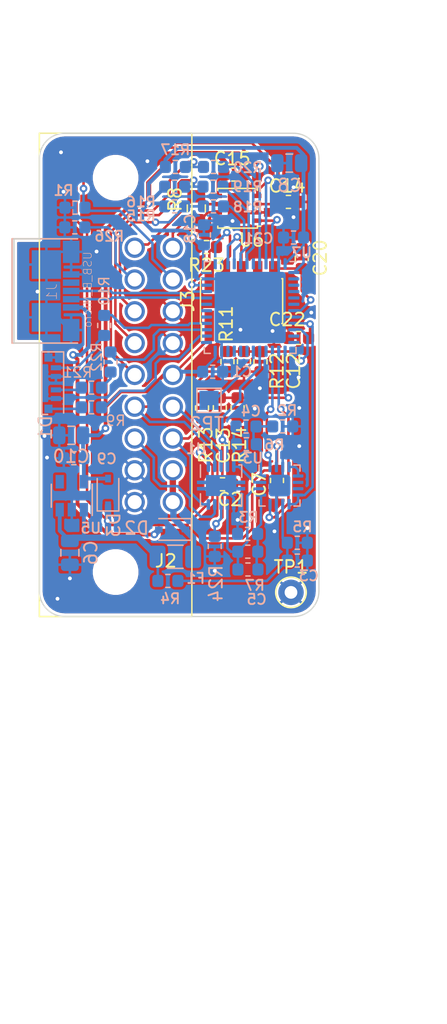
<source format=kicad_pcb>
(kicad_pcb (version 20171130) (host pcbnew "(5.1.4)-1")
  (layers (0 F.Cu signal hide) (31 B.Cu signal) (34 B.Paste user) (35 F.Paste user hide) (36 B.SilkS user) (37 F.SilkS user hide) (38 B.Mask user) (39 F.Mask user hide) (44 Edge.Cuts user))
  (net 0 "")
  (net 1 GND)
  (net 2 VREF)
  (net 3 VREFA)
  (net 4 VREFB)
  (net 5 3V3)
  (net 6 VIN)
  (net 7 VUSB)
  (net 8 BOOT0)
  (net 9 BUTTONDOWN)
  (net 10 BUTTONUP)
  (net 11 TTAIN)
  (net 12 TTBIN)
  (net 13 CANH)
  (net 14 CANL)
  (net 15 CANTX)
  (net 16 CANRX)
  (net 17 INTERSW)
  (net 18 DACOUTB)
  (net 19 DACOUTA)
  (net 20 TTBOUT)
  (net 21 TTAOUT)
  (net 22 "Net-(C3-Pad1)")
  (net 23 BUTTONMID)
  (net 24 "Net-(D1-Pad3)")
  (net 25 REGIN)
  (net 26 "Net-(C4-Pad1)")
  (net 27 "Net-(C5-Pad1)")
  (net 28 "Net-(TP2-Pad1)")
  (net 29 "Net-(J2-Pad14)")
  (net 30 "Net-(J2-Pad15)")
  (net 31 "Net-(J2-Pad16)")
  (net 32 "Net-(J2-Pad17)")
  (net 33 USB_P)
  (net 34 USB_N)
  (net 35 LEDB)
  (net 36 LEDG)
  (net 37 LEDR)
  (net 38 "Net-(D1-Pad1)")
  (net 39 "Net-(D1-Pad5)")
  (net 40 "Net-(J1-Pad4)")
  (net 41 "Net-(U3-Pad4)")
  (net 42 "Net-(U5-Pad4)")
  (net 43 "Net-(U7-Pad43)")
  (net 44 "Net-(U7-Pad31)")
  (net 45 "Net-(U7-Pad30)")
  (net 46 "Net-(U7-Pad29)")
  (net 47 "Net-(U7-Pad25)")
  (net 48 "Net-(U7-Pad22)")
  (net 49 "Net-(U7-Pad21)")
  (net 50 "Net-(U7-Pad19)")
  (net 51 "Net-(U7-Pad16)")
  (net 52 "Net-(U7-Pad12)")
  (net 53 "Net-(U7-Pad11)")
  (net 54 "Net-(U7-Pad6)")
  (net 55 "Net-(U7-Pad5)")
  (net 56 "Net-(U7-Pad20)")
  (net 57 "Net-(U7-Pad2)")
  (net 58 "Net-(U7-Pad38)")
  (net 59 "Net-(R21-Pad1)")
  (net 60 /OPOUTA)
  (net 61 /OPOUTB)
  (net 62 "Net-(U7-Pad4)")
  (net 63 "Net-(U7-Pad3)")
  (net 64 RST)
  (net 65 "Net-(J3-Pad8)")
  (net 66 "Net-(J3-Pad7)")
  (net 67 SWO)
  (net 68 SWCLK)
  (net 69 SWDIO)
  (module Capacitor_SMD:C_0805_2012Metric (layer B.Cu) (at 102.5 93.75)
    (fp_text reference C10 (at 0 1.65) (layer B.SilkS) (effects (justify mirror)))
    (fp_text value 4.7uF)
    (pad 2 smd roundrect (at 0.9375 0) (size 0.975 1.4) (layers B.Cu B.Paste B.Mask) (net 5 3V3))
    (pad 1 smd roundrect (at -0.9375 0) (size 0.975 1.4) (layers B.Cu B.Paste B.Mask) (net 1 GND))
  )
  (module Resistor_SMD:R_0603_1608Metric (layer F.Cu) (at 113.15 78.95 180)
    (fp_text reference R23 (at 0 -1.43) (layer F.SilkS))
    (fp_text value 100k)
    (pad 2 smd roundrect (at 0.7875 0 180) (size 0.875 0.95) (layers F.Cu F.Paste F.Mask) (net 5 3V3))
    (pad 1 smd roundrect (at -0.7875 0 180) (size 0.875 0.95) (layers F.Cu F.Paste F.Mask) (net 69 SWDIO))
  )
  (module Diode_SMD:D_SOD-323 (layer B.Cu) (at 105.4 98.2 90)
    (fp_text reference D3 (at -2.6 0.45 90) (layer B.SilkS) (effects (justify mirror)))
    (fp_text value D_Schottky_Small)
    (pad 2 smd rect (at 1.05 0 90) (size 0.6 0.45) (layers B.Cu B.Paste B.Mask) (net 5 3V3))
    (pad 1 smd rect (at -1.05 0 90) (size 0.6 0.45) (layers B.Cu B.Paste B.Mask) (net 25 REGIN))
  )
  (module Connector_PinHeader_1.27mm:PinHeader_2x05_P1.27mm_Vertical_SMD (layer F.Cu) (at 115.91 83.2 90)
    (fp_text reference J3 (at 0 -4.235 90) (layer F.SilkS))
    (fp_text value Conn_ARM_JTAG_SWD_10)
    (pad 10 smd rect (at 1.95 2.54 90) (size 2.4 0.74) (layers F.Cu F.Paste F.Mask) (net 64 RST))
    (pad 9 smd rect (at -1.95 2.54 90) (size 2.4 0.74) (layers F.Cu F.Paste F.Mask) (net 1 GND))
    (pad 8 smd rect (at 1.95 1.27 90) (size 2.4 0.74) (layers F.Cu F.Paste F.Mask) (net 65 "Net-(J3-Pad8)"))
    (pad 7 smd rect (at -1.95 1.27 90) (size 2.4 0.74) (layers F.Cu F.Paste F.Mask) (net 66 "Net-(J3-Pad7)"))
    (pad 6 smd rect (at 1.95 0 90) (size 2.4 0.74) (layers F.Cu F.Paste F.Mask) (net 67 SWO))
    (pad 5 smd rect (at -1.95 0 90) (size 2.4 0.74) (layers F.Cu F.Paste F.Mask) (net 1 GND))
    (pad 4 smd rect (at 1.95 -1.27 90) (size 2.4 0.74) (layers F.Cu F.Paste F.Mask) (net 68 SWCLK))
    (pad 3 smd rect (at -1.95 -1.27 90) (size 2.4 0.74) (layers F.Cu F.Paste F.Mask) (net 1 GND))
    (pad 2 smd rect (at 1.95 -2.54 90) (size 2.4 0.74) (layers F.Cu F.Paste F.Mask) (net 69 SWDIO))
    (pad 1 smd rect (at -1.95 -2.54 90) (size 2.4 0.74) (layers F.Cu F.Paste F.Mask) (net 5 3V3))
  )
  (module Diode_SMD:D_SOD-323 (layer B.Cu) (at 110.45 101.15 180)
    (fp_text reference D2 (at 2.8 0.1) (layer B.SilkS) (effects (justify mirror)))
    (fp_text value D_Schottky_Small)
    (pad 2 smd rect (at 1.05 0 180) (size 0.6 0.45) (layers B.Cu B.Paste B.Mask) (net 7 VUSB))
    (pad 1 smd rect (at -1.05 0 180) (size 0.6 0.45) (layers B.Cu B.Paste B.Mask) (net 6 VIN))
  )
  (module Resistor_SMD:R_0603_1608Metric (layer B.Cu) (at 105.6 87.9875 270)
    (fp_text reference R22 (at -0.3875 1.1 90) (layer B.SilkS) (effects (font (size 0.8 0.8) (thickness 0.12)) (justify mirror)))
    (fp_text value 50)
    (pad 2 smd roundrect (at 0.7875 0 270) (size 0.875 0.95) (layers B.Cu B.Paste B.Mask) (net 59 "Net-(R21-Pad1)"))
    (pad 1 smd roundrect (at -0.7875 0 270) (size 0.875 0.95) (layers B.Cu B.Paste B.Mask) (net 37 LEDR))
  )
  (module Capacitor_SMD:C_0805_2012Metric (layer B.Cu) (at 119.6625 72.35)
    (fp_text reference C8 (at 0.0375 1.75) (layer B.SilkS) (effects (justify mirror)))
    (fp_text value 4.7uF)
    (pad 2 smd roundrect (at 0.9375 0) (size 0.975 1.4) (layers B.Cu B.Paste B.Mask) (net 5 3V3))
    (pad 1 smd roundrect (at -0.9375 0) (size 0.975 1.4) (layers B.Cu B.Paste B.Mask) (net 1 GND))
  )
  (module TestPoint:TestPoint_Pad_1.5x1.5mm (layer B.Cu) (at 113.35 91)
    (fp_text reference TP2 (at -0.2 1.85) (layer B.SilkS) (effects (justify mirror)))
    (fp_text value TestPoint)
    (pad 1 smd rect (at 0 0) (size 1.5 1.5) (layers B.Cu B.Mask) (net 28 "Net-(TP2-Pad1)"))
  )
  (module Capacitor_SMD:C_0805_2012Metric (layer B.Cu) (at 102.4 102.9875 90)
    (fp_text reference C6 (at 0 1.65 90) (layer B.SilkS) (effects (justify mirror)))
    (fp_text value 4.7uF)
    (pad 2 smd roundrect (at 0.9375 0 90) (size 0.975 1.4) (layers B.Cu B.Paste B.Mask) (net 25 REGIN))
    (pad 1 smd roundrect (at -0.9375 0 90) (size 0.975 1.4) (layers B.Cu B.Paste B.Mask) (net 1 GND))
  )
  (module TestPoint:TestPoint_THTPad_D2.0mm_Drill1.0mm (layer F.Cu) (at 119.8 106.1)
    (fp_text reference TP1 (at 0 -1.998) (layer F.SilkS))
    (fp_text value TestPoint)
    (pad 1 thru_hole circle (at 0 0) (size 2 2) (drill 1) (layers *.Cu *.Mask) (net 1 GND))
  )
  (module LED_SMD:LED_Cree-PLCC6_4.7x1.5mm (layer B.Cu) (at 101.05 89.65 90)
    (fp_text reference D1 (at -3.5 -0.575 90) (layer B.SilkS) (effects (justify mirror)))
    (fp_text value QLS6B-FKW)
    (pad 6 smd rect (at 2.02 -0.335 90) (size 0.66 0.63) (layers B.Cu B.Paste B.Mask) (net 1 GND))
    (pad 5 smd rect (at 1.21 0.25 90) (size 0.4 0.8) (layers B.Cu B.Paste B.Mask) (net 39 "Net-(D1-Pad5)"))
    (pad 4 smd rect (at 0.53 0.25 90) (size 0.4 0.8) (layers B.Cu B.Paste B.Mask) (net 1 GND))
    (pad 3 smd rect (at -0.53 0.25 90) (size 0.4 0.8) (layers B.Cu B.Paste B.Mask) (net 24 "Net-(D1-Pad3)"))
    (pad 2 smd rect (at -1.21 0.25 90) (size 0.4 0.8) (layers B.Cu B.Paste B.Mask) (net 1 GND))
    (pad 1 smd rect (at -2.02 -0.335 90) (size 0.66 0.63) (layers B.Cu B.Paste B.Mask) (net 38 "Net-(D1-Pad1)"))
  )
  (module Resistor_SMD:R_0603_1608Metric (layer B.Cu) (at 113.8 102.4875 90)
    (fp_text reference R24 (at -2.9125 0.1 90) (layer B.SilkS) (effects (justify mirror)))
    (fp_text value 10k)
    (pad 2 smd roundrect (at 0.7875 0 90) (size 0.875 0.95) (layers B.Cu B.Paste B.Mask) (net 17 INTERSW))
    (pad 1 smd roundrect (at -0.7875 0 90) (size 0.875 0.95) (layers B.Cu B.Paste B.Mask) (net 1 GND))
  )
  (module Resistor_SMD:R_0603_1608Metric (layer B.Cu) (at 104.1 90 180)
    (fp_text reference R21 (at 1.1 1.2) (layer B.SilkS) (effects (font (size 0.8 0.8) (thickness 0.12)) (justify mirror)))
    (fp_text value 50)
    (pad 2 smd roundrect (at 0.7875 0 180) (size 0.875 0.95) (layers B.Cu B.Paste B.Mask) (net 24 "Net-(D1-Pad3)"))
    (pad 1 smd roundrect (at -0.7875 0 180) (size 0.875 0.95) (layers B.Cu B.Paste B.Mask) (net 59 "Net-(R21-Pad1)"))
  )
  (module Resistor_SMD:R_0603_1608Metric (layer B.Cu) (at 105.1 85.1125 270)
    (fp_text reference R10 (at -2.7125 0 90) (layer B.SilkS) (effects (font (size 0.8 0.8) (thickness 0.12)) (justify mirror)))
    (fp_text value 50)
    (pad 2 smd roundrect (at 0.7875 0 270) (size 0.875 0.95) (layers B.Cu B.Paste B.Mask) (net 39 "Net-(D1-Pad5)"))
    (pad 1 smd roundrect (at -0.7875 0 270) (size 0.875 0.95) (layers B.Cu B.Paste B.Mask) (net 36 LEDG))
  )
  (module Resistor_SMD:R_0603_1608Metric (layer B.Cu) (at 104.1 91.55 180)
    (fp_text reference R9 (at -1.9 -1.05) (layer B.SilkS) (effects (font (size 0.8 0.8) (thickness 0.12)) (justify mirror)))
    (fp_text value 50)
    (pad 2 smd roundrect (at 0.7875 0 180) (size 0.875 0.95) (layers B.Cu B.Paste B.Mask) (net 38 "Net-(D1-Pad1)"))
    (pad 1 smd roundrect (at -0.7875 0 180) (size 0.875 0.95) (layers B.Cu B.Paste B.Mask) (net 35 LEDB))
  )
  (module Connector_JAE:MX23A18NF1 (layer F.Cu) (at 110.5 89 270)
    (fp_text reference J2 (at 14.625 0.55 180) (layer F.SilkS))
    (fp_text value Conn_02x09_Top_Bottom)
    (pad "" np_thru_hole circle (at -15.5 4.5 270) (size 3.2 3.2) (drill 3.2) (layers *.Cu *.Mask))
    (pad "" np_thru_hole circle (at 15.5 4.5 270) (size 3.2 3.2) (drill 3.2) (layers *.Cu *.Mask))
    (pad 18 thru_hole circle (at -10 3 270) (size 1.6 1.6) (drill 1.1) (layers *.Cu *.Mask) (net 14 CANL))
    (pad 17 thru_hole circle (at -7.5 3 270) (size 1.6 1.6) (drill 1.1) (layers *.Cu *.Mask) (net 32 "Net-(J2-Pad17)"))
    (pad 16 thru_hole circle (at -5 3 270) (size 1.6 1.6) (drill 1.1) (layers *.Cu *.Mask) (net 31 "Net-(J2-Pad16)"))
    (pad 15 thru_hole circle (at -2.5 3 270) (size 1.6 1.6) (drill 1.1) (layers *.Cu *.Mask) (net 30 "Net-(J2-Pad15)"))
    (pad 14 thru_hole circle (at 0 3 270) (size 1.6 1.6) (drill 1.1) (layers *.Cu *.Mask) (net 29 "Net-(J2-Pad14)"))
    (pad 13 thru_hole circle (at 2.5 3 270) (size 1.6 1.6) (drill 1.1) (layers *.Cu *.Mask) (net 11 TTAIN))
    (pad 12 thru_hole circle (at 5 3 270) (size 1.6 1.6) (drill 1.1) (layers *.Cu *.Mask) (net 20 TTBOUT))
    (pad 11 thru_hole circle (at 7.5 3 270) (size 1.6 1.6) (drill 1.1) (layers *.Cu *.Mask) (net 1 GND))
    (pad 9 thru_hole circle (at -10 0 270) (size 1.6 1.6) (drill 1.1) (layers *.Cu *.Mask) (net 13 CANH))
    (pad 8 thru_hole circle (at -7.5 0 270) (size 1.6 1.6) (drill 1.1) (layers *.Cu *.Mask) (net 8 BOOT0))
    (pad 7 thru_hole circle (at -5 0 270) (size 1.6 1.6) (drill 1.1) (layers *.Cu *.Mask) (net 1 GND))
    (pad 6 thru_hole circle (at -2.5 0 270) (size 1.6 1.6) (drill 1.1) (layers *.Cu *.Mask) (net 1 GND))
    (pad 5 thru_hole circle (at 0 0 270) (size 1.6 1.6) (drill 1.1) (layers *.Cu *.Mask) (net 5 3V3))
    (pad 4 thru_hole circle (at 2.5 0 270) (size 1.6 1.6) (drill 1.1) (layers *.Cu *.Mask) (net 21 TTAOUT))
    (pad 3 thru_hole circle (at 5 0 270) (size 1.6 1.6) (drill 1.1) (layers *.Cu *.Mask) (net 12 TTBIN))
    (pad 2 thru_hole circle (at 7.5 0 270) (size 1.6 1.6) (drill 1.1) (layers *.Cu *.Mask) (net 6 VIN))
    (pad 10 thru_hole circle (at 10 3 270) (size 1.6 1.6) (drill 1.1) (layers *.Cu *.Mask) (net 1 GND))
    (pad 1 thru_hole circle (at 10 0 270) (size 1.6 1.6) (drill 1.1) (layers *.Cu *.Mask) (net 6 VIN))
  )
  (module Package_SON:Texas_S-PVSON-N10 (layer B.Cu) (at 114.3 97.7 270)
    (fp_text reference U1 (at -2.9 1.95 180) (layer B.SilkS) (effects (font (size 0.8 0.8)) (justify mirror)))
    (fp_text value ADG884)
    (pad 10 smd oval (at 1.475 1 270) (size 0.85 0.28) (layers B.Cu B.Paste B.Mask) (net 12 TTBIN))
    (pad 9 smd oval (at 1.475 0.5 270) (size 0.85 0.28) (layers B.Cu B.Paste B.Mask) (net 20 TTBOUT))
    (pad 8 smd oval (at 1.475 0 270) (size 0.85 0.28) (layers B.Cu B.Paste B.Mask) (net 17 INTERSW))
    (pad 7 smd rect (at 1.76 -0.5 270) (size 0.28 0.28) (layers B.Cu B.Paste B.Mask) (net 61 /OPOUTB))
    (pad 6 smd rect (at 1.76 -1 270) (size 0.28 0.28) (layers B.Cu B.Paste B.Mask) (net 1 GND))
    (pad 5 smd oval (at -1.475 -1 270) (size 0.85 0.28) (layers B.Cu B.Paste B.Mask) (net 60 /OPOUTA))
    (pad 4 smd rect (at -1.76 -0.5 270) (size 0.28 0.28) (layers B.Cu B.Paste B.Mask) (net 17 INTERSW))
    (pad 3 smd oval (at -1.475 0 270) (size 0.85 0.28) (layers B.Cu B.Paste B.Mask) (net 21 TTAOUT))
    (pad 2 smd rect (at -1.76 0.5 270) (size 0.28 0.28) (layers B.Cu B.Paste B.Mask) (net 11 TTAIN))
    (pad 1 smd rect (at -1.76 1 270) (size 0.28 0.28) (layers B.Cu B.Paste B.Mask) (net 25 REGIN))
    (pad 11 smd rect (at 0 0 270) (size 1.65 2.4) (layers B.Cu B.Mask) (net 1 GND))
    (pad 11 smd rect (at 0.45 -0.635 270) (size 0.68 1.05) (layers B.Cu B.Paste B.Mask) (net 1 GND))
    (pad 11 smd rect (at -0.45 -0.635 270) (size 0.68 1.05) (layers B.Cu B.Paste B.Mask) (net 1 GND))
    (pad 11 smd rect (at 0.45 0.635 270) (size 0.68 1.05) (layers B.Cu B.Paste B.Mask) (net 1 GND))
    (pad 11 smd rect (at 0.25 -1.63 270) (size 0.26 0.5) (layers B.Cu B.Paste B.Mask) (net 1 GND))
    (pad 11 smd rect (at -0.25 -1.63 270) (size 0.26 0.5) (layers B.Cu B.Paste B.Mask) (net 1 GND))
    (pad 11 smd rect (at 0.25 1.63 270) (size 0.26 0.5) (layers B.Cu B.Paste B.Mask) (net 1 GND))
    (pad 11 smd rect (at 0.25 -1.55 270) (size 0.28 0.7) (layers B.Cu B.Mask) (net 1 GND))
    (pad 11 smd rect (at -0.25 -1.55 270) (size 0.28 0.7) (layers B.Cu B.Mask) (net 1 GND))
    (pad 11 smd rect (at 0.25 1.55 270) (size 0.28 0.7) (layers B.Cu B.Mask) (net 1 GND))
    (pad 11 smd rect (at -0.25 1.63 270) (size 0.26 0.5) (layers B.Cu B.Paste B.Mask) (net 1 GND))
    (pad 11 smd rect (at -0.25 1.55 270) (size 0.28 0.7) (layers B.Cu B.Mask) (net 1 GND))
    (pad 11 smd rect (at -0.45 0.635 270) (size 0.68 1.05) (layers B.Cu B.Paste B.Mask) (net 1 GND))
    (pad 10 smd rect (at 1.76 1 270) (size 0.28 0.28) (layers B.Cu B.Paste B.Mask) (net 12 TTBIN))
    (pad 9 smd rect (at 1.76 0.5 270) (size 0.28 0.28) (layers B.Cu B.Paste B.Mask) (net 20 TTBOUT))
    (pad 8 smd rect (at 1.76 0 270) (size 0.28 0.28) (layers B.Cu B.Paste B.Mask) (net 17 INTERSW))
    (pad 7 smd oval (at 1.475 -0.5 270) (size 0.85 0.28) (layers B.Cu B.Paste B.Mask) (net 61 /OPOUTB))
    (pad 6 smd oval (at 1.475 -1 270) (size 0.85 0.28) (layers B.Cu B.Paste B.Mask) (net 1 GND))
    (pad 5 smd rect (at -1.76 -1 270) (size 0.28 0.28) (layers B.Cu B.Paste B.Mask) (net 60 /OPOUTA))
    (pad 4 smd oval (at -1.475 -0.5 270) (size 0.85 0.28) (layers B.Cu B.Paste B.Mask) (net 17 INTERSW))
    (pad 3 smd rect (at -1.76 0 270) (size 0.28 0.28) (layers B.Cu B.Paste B.Mask) (net 21 TTAOUT))
    (pad 2 smd oval (at -1.475 0.5 270) (size 0.85 0.28) (layers B.Cu B.Paste B.Mask) (net 11 TTAIN))
    (pad 1 smd oval (at -1.475 1 270) (size 0.85 0.28) (layers B.Cu B.Paste B.Mask) (net 25 REGIN))
  )
  (module Resistor_SMD:R_0805_2012Metric (layer F.Cu) (at 112.35 75.9 270)
    (fp_text reference R8 (at -0.7 1.675 90) (layer F.SilkS))
    (fp_text value 120)
    (pad 2 smd roundrect (at 0.9375 0 270) (size 0.975 1.4) (layers F.Cu F.Paste F.Mask) (net 13 CANH))
    (pad 1 smd roundrect (at -0.9375 0 270) (size 0.975 1.4) (layers F.Cu F.Paste F.Mask) (net 14 CANL))
  )
  (module Capacitor_SMD:C_0603_1608Metric (layer B.Cu) (at 113.6375 88.75)
    (fp_text reference C1 (at 2.3125 0 180) (layer B.SilkS) (effects (font (size 0.8 0.8)) (justify mirror)))
    (fp_text value 0.1uF)
    (pad 2 smd roundrect (at 0.7875 0) (size 0.875 0.95) (layers B.Cu B.Paste B.Mask) (net 1 GND))
    (pad 1 smd roundrect (at -0.7875 0) (size 0.875 0.95) (layers B.Cu B.Paste B.Mask) (net 5 3V3))
  )
  (module VeridianDesigns:CONN_2173157-3 (layer B.Cu) (at 102.5 82.4 90)
    (fp_text reference J1 (at -0.075 -1.525 270) (layer B.SilkS) (effects (font (size 0.8 0.8) (thickness 0.05)) (justify mirror)))
    (fp_text value USB_B_Micro (at 0.1 1.3 90) (layer B.SilkS) (effects (font (size 0.631169 0.631169) (thickness 0.05)) (justify mirror)))
    (pad 6 smd rect (at 2.075 -1.95 90) (size 2.25 2.3) (layers B.Cu B.Paste B.Mask) (net 1 GND))
    (pad 6 smd rect (at -2.075 -1.95 90) (size 2.25 2.3) (layers B.Cu B.Paste B.Mask) (net 1 GND))
    (pad 6 smd rect (at 3.075 0 90) (size 1.75 1.3) (layers B.Cu B.Paste B.Mask) (net 1 GND))
    (pad 6 smd rect (at -3.075 0 90) (size 1.75 1.3) (layers B.Cu B.Paste B.Mask) (net 1 GND))
    (pad 5 smd rect (at 1.3 0) (size 1.3 0.5) (layers B.Cu B.Paste B.Mask) (net 1 GND))
    (pad 4 smd rect (at 0.65 0) (size 1.3 0.5) (layers B.Cu B.Paste B.Mask) (net 40 "Net-(J1-Pad4)"))
    (pad 3 smd rect (at 0 0) (size 1.3 0.5) (layers B.Cu B.Paste B.Mask) (net 33 USB_P))
    (pad 2 smd rect (at -0.65 0) (size 1.3 0.5) (layers B.Cu B.Paste B.Mask) (net 34 USB_N))
    (pad 1 smd rect (at -1.3 0) (size 1.3 0.5) (layers B.Cu B.Paste B.Mask) (net 7 VUSB))
  )
  (module Capacitor_SMD:C_0603_1608Metric (layer F.Cu) (at 114.4125 97.6 180)
    (fp_text reference C2 (at -0.5875 -1.2) (layer F.SilkS))
    (fp_text value 0.1uF)
    (pad 2 smd roundrect (at 0.7875 0 180) (size 0.875 0.95) (layers F.Cu F.Paste F.Mask) (net 25 REGIN))
    (pad 1 smd roundrect (at -0.7875 0 180) (size 0.875 0.95) (layers F.Cu F.Paste F.Mask) (net 1 GND))
  )
  (module Capacitor_SMD:C_0603_1608Metric (layer B.Cu) (at 116.2625 93.058 180)
    (fp_text reference C4 (at -0.3875 1.208) (layer B.SilkS) (effects (font (size 0.8 0.8)) (justify mirror)))
    (fp_text value 10nF)
    (pad 2 smd roundrect (at 0.7875 0 180) (size 0.875 0.95) (layers B.Cu B.Paste B.Mask) (net 60 /OPOUTA))
    (pad 1 smd roundrect (at -0.7875 0 180) (size 0.875 0.95) (layers B.Cu B.Paste B.Mask) (net 26 "Net-(C4-Pad1)"))
  )
  (module Capacitor_SMD:C_0603_1608Metric (layer B.Cu) (at 116.4125 104.3 180)
    (fp_text reference C5 (at -0.6875 -2.35 180) (layer B.SilkS) (effects (font (size 0.8 0.8)) (justify mirror)))
    (fp_text value 10nF)
    (pad 2 smd roundrect (at 0.7875 0 180) (size 0.875 0.95) (layers B.Cu B.Paste B.Mask) (net 61 /OPOUTB))
    (pad 1 smd roundrect (at -0.7875 0 180) (size 0.875 0.95) (layers B.Cu B.Paste B.Mask) (net 27 "Net-(C5-Pad1)"))
  )
  (module Capacitor_SMD:C_0603_1608Metric (layer B.Cu) (at 120.3 103.6)
    (fp_text reference C3 (at 0.9 1.2 180) (layer B.SilkS) (effects (font (size 0.8 0.8)) (justify mirror)))
    (fp_text value 0.1uF)
    (pad 2 smd roundrect (at 0.7875 0) (size 0.875 0.95) (layers B.Cu B.Paste B.Mask) (net 1 GND))
    (pad 1 smd roundrect (at -0.7875 0) (size 0.875 0.95) (layers B.Cu B.Paste B.Mask) (net 22 "Net-(C3-Pad1)"))
  )
  (module Resistor_SMD:R_0603_1608Metric (layer B.Cu) (at 113.7 75.75 180)
    (fp_text reference R18 (at -2.7 -0.05 180) (layer B.SilkS) (effects (font (size 0.8 0.8)) (justify mirror)))
    (fp_text value 2.2k)
    (pad 2 smd roundrect (at 0.7875 0 180) (size 0.875 0.95) (layers B.Cu B.Paste B.Mask) (net 31 "Net-(J2-Pad16)"))
    (pad 1 smd roundrect (at -0.7875 0 180) (size 0.875 0.95) (layers B.Cu B.Paste B.Mask) (net 10 BUTTONUP))
  )
  (module Resistor_SMD:R_0603_1608Metric (layer B.Cu) (at 110.7 72.65)
    (fp_text reference R17 (at 0 -1.35 180) (layer B.SilkS) (effects (font (size 0.8 0.8)) (justify mirror)))
    (fp_text value 1k)
    (pad 2 smd roundrect (at 0.7875 0) (size 0.875 0.95) (layers B.Cu B.Paste B.Mask) (net 29 "Net-(J2-Pad14)"))
    (pad 1 smd roundrect (at -0.7875 0) (size 0.875 0.95) (layers B.Cu B.Paste B.Mask) (net 5 3V3))
  )
  (module Resistor_SMD:R_0603_1608Metric (layer B.Cu) (at 110.65 74.2)
    (fp_text reference R16 (at -2.65 1.2 180) (layer B.SilkS) (effects (font (size 0.8 0.8)) (justify mirror)))
    (fp_text value 1k)
    (pad 2 smd roundrect (at 0.7875 0) (size 0.875 0.95) (layers B.Cu B.Paste B.Mask) (net 30 "Net-(J2-Pad15)"))
    (pad 1 smd roundrect (at -0.7875 0) (size 0.875 0.95) (layers B.Cu B.Paste B.Mask) (net 5 3V3))
  )
  (module Resistor_SMD:R_0603_1608Metric (layer B.Cu) (at 113.7 72.65)
    (fp_text reference R20 (at 2.7 0.05) (layer B.SilkS) (effects (font (size 0.8 0.8)) (justify mirror)))
    (fp_text value 2.2k)
    (pad 2 smd roundrect (at 0.7875 0) (size 0.875 0.95) (layers B.Cu B.Paste B.Mask) (net 9 BUTTONDOWN))
    (pad 1 smd roundrect (at -0.7875 0) (size 0.875 0.95) (layers B.Cu B.Paste B.Mask) (net 29 "Net-(J2-Pad14)"))
  )
  (module Resistor_SMD:R_0603_1608Metric (layer F.Cu) (at 116.1 87.95 90)
    (fp_text reference R12 (at -0.75 2.6 90) (layer F.SilkS))
    (fp_text value 2.2k)
    (pad 2 smd roundrect (at 0.7875 0 90) (size 0.875 0.95) (layers F.Cu F.Paste F.Mask) (net 3 VREFA))
    (pad 1 smd roundrect (at -0.7875 0 90) (size 0.875 0.95) (layers F.Cu F.Paste F.Mask) (net 1 GND))
  )
  (module Resistor_SMD:R_0603_1608Metric (layer F.Cu) (at 114.8 87.95 270)
    (fp_text reference R11 (at -2.95 0.1 270) (layer F.SilkS))
    (fp_text value 2.2k)
    (pad 2 smd roundrect (at 0.7875 0 270) (size 0.875 0.95) (layers F.Cu F.Paste F.Mask) (net 11 TTAIN))
    (pad 1 smd roundrect (at -0.7875 0 270) (size 0.875 0.95) (layers F.Cu F.Paste F.Mask) (net 3 VREFA))
  )
  (module Capacitor_SMD:C_0603_1608Metric (layer B.Cu) (at 112.95 77.9875 90)
    (fp_text reference C18 (at 0.4875 -1.1 90) (layer B.SilkS) (effects (font (size 0.8 0.8)) (justify mirror)))
    (fp_text value 0.1uF)
    (pad 2 smd roundrect (at 0.7875 0 90) (size 0.875 0.95) (layers B.Cu B.Paste B.Mask) (net 1 GND))
    (pad 1 smd roundrect (at -0.7875 0 90) (size 0.875 0.95) (layers B.Cu B.Paste B.Mask) (net 5 3V3))
  )
  (module Resistor_SMD:R_0603_1608Metric (layer F.Cu) (at 115.6 91.5875 90)
    (fp_text reference R14 (at -2.9125 0.15 90) (layer F.SilkS))
    (fp_text value 2.2k)
    (pad 2 smd roundrect (at 0.7875 0 90) (size 0.875 0.95) (layers F.Cu F.Paste F.Mask) (net 4 VREFB))
    (pad 1 smd roundrect (at -0.7875 0 90) (size 0.875 0.95) (layers F.Cu F.Paste F.Mask) (net 1 GND))
  )
  (module Capacitor_SMD:C_0603_1608Metric (layer F.Cu) (at 120.4 86.1 180)
    (fp_text reference C22 (at 0.9 1.45 180) (layer F.SilkS))
    (fp_text value 10nF)
    (pad 2 smd roundrect (at 0.7875 0 180) (size 0.875 0.95) (layers F.Cu F.Paste F.Mask) (net 1 GND))
    (pad 1 smd roundrect (at -0.7875 0 180) (size 0.875 0.95) (layers F.Cu F.Paste F.Mask) (net 2 VREF))
  )
  (module Resistor_SMD:R_0603_1608Metric (layer B.Cu) (at 113.6625 74.2)
    (fp_text reference R19 (at 2.7375 0) (layer B.SilkS) (effects (font (size 0.8 0.8)) (justify mirror)))
    (fp_text value 2.2k)
    (pad 2 smd roundrect (at 0.7875 0) (size 0.875 0.95) (layers B.Cu B.Paste B.Mask) (net 23 BUTTONMID))
    (pad 1 smd roundrect (at -0.7875 0) (size 0.875 0.95) (layers B.Cu B.Paste B.Mask) (net 30 "Net-(J2-Pad15)"))
  )
  (module Capacitor_SMD:C_0603_1608Metric (layer F.Cu) (at 119.6 75.4)
    (fp_text reference C14 (at -0.1 -1.25) (layer F.SilkS))
    (fp_text value 0.1uF)
    (pad 2 smd roundrect (at 0.7875 0) (size 0.875 0.95) (layers F.Cu F.Paste F.Mask) (net 1 GND))
    (pad 1 smd roundrect (at -0.7875 0) (size 0.875 0.95) (layers F.Cu F.Paste F.Mask) (net 25 REGIN))
  )
  (module Resistor_SMD:R_0603_1608Metric (layer F.Cu) (at 112.8 91.6 270)
    (fp_text reference R13 (at 2.9125 -0.3 270) (layer F.SilkS))
    (fp_text value 2.2k)
    (pad 2 smd roundrect (at 0.7875 0 270) (size 0.875 0.95) (layers F.Cu F.Paste F.Mask) (net 12 TTBIN))
    (pad 1 smd roundrect (at -0.7875 0 270) (size 0.875 0.95) (layers F.Cu F.Paste F.Mask) (net 4 VREFB))
  )
  (module Capacitor_SMD:C_0603_1608Metric (layer B.Cu) (at 120 78.2 180)
    (fp_text reference C21 (at 2.75 -0.075) (layer B.SilkS) (effects (font (size 0.8 0.8)) (justify mirror)))
    (fp_text value 0.1uF)
    (pad 2 smd roundrect (at 0.7875 0 180) (size 0.875 0.95) (layers B.Cu B.Paste B.Mask) (net 1 GND))
    (pad 1 smd roundrect (at -0.7875 0 180) (size 0.875 0.95) (layers B.Cu B.Paste B.Mask) (net 5 3V3))
  )
  (module Capacitor_SMD:C_0603_1608Metric (layer F.Cu) (at 120.65 79.85 90)
    (fp_text reference C20 (at 0.05 1.45 90) (layer F.SilkS))
    (fp_text value 0.1uF)
    (pad 2 smd roundrect (at 0.7875 0 90) (size 0.875 0.95) (layers F.Cu F.Paste F.Mask) (net 1 GND))
    (pad 1 smd roundrect (at -0.7875 0 90) (size 0.875 0.95) (layers F.Cu F.Paste F.Mask) (net 64 RST))
  )
  (module Resistor_SMD:R_0603_1608Metric (layer B.Cu) (at 110.65 75.75)
    (fp_text reference R15 (at -2.65 0.75 180) (layer B.SilkS) (effects (font (size 0.8 0.8)) (justify mirror)))
    (fp_text value 1k)
    (pad 2 smd roundrect (at 0.7875 0) (size 0.875 0.95) (layers B.Cu B.Paste B.Mask) (net 31 "Net-(J2-Pad16)"))
    (pad 1 smd roundrect (at -0.7875 0) (size 0.875 0.95) (layers B.Cu B.Paste B.Mask) (net 5 3V3))
  )
  (module Package_DFN_QFN:QFN-48-1EP_7x7mm_P0.5mm_EP5.6x5.6mm (layer B.Cu) (at 116.5875 83.7 180)
    (fp_text reference U7 (at -4.0625 4.3 180) (layer B.SilkS) (effects (font (size 0.8 0.8)) (justify mirror)))
    (fp_text value STM32L433CCUx)
    (pad 48 smd roundrect (at -2.75 3.4375 180) (size 0.25 0.875) (layers B.Cu B.Paste B.Mask) (net 5 3V3))
    (pad 47 smd roundrect (at -2.25 3.4375 180) (size 0.25 0.875) (layers B.Cu B.Paste B.Mask) (net 1 GND))
    (pad 46 smd roundrect (at -1.75 3.4375 180) (size 0.25 0.875) (layers B.Cu B.Paste B.Mask) (net 15 CANTX))
    (pad 45 smd roundrect (at -1.25 3.4375 180) (size 0.25 0.875) (layers B.Cu B.Paste B.Mask) (net 16 CANRX))
    (pad 44 smd roundrect (at -0.75 3.4375 180) (size 0.25 0.875) (layers B.Cu B.Paste B.Mask) (net 8 BOOT0))
    (pad 43 smd roundrect (at -0.25 3.4375 180) (size 0.25 0.875) (layers B.Cu B.Paste B.Mask) (net 43 "Net-(U7-Pad43)"))
    (pad 42 smd roundrect (at 0.25 3.4375 180) (size 0.25 0.875) (layers B.Cu B.Paste B.Mask) (net 9 BUTTONDOWN))
    (pad 41 smd roundrect (at 0.75 3.4375 180) (size 0.25 0.875) (layers B.Cu B.Paste B.Mask) (net 23 BUTTONMID))
    (pad 40 smd roundrect (at 1.25 3.4375 180) (size 0.25 0.875) (layers B.Cu B.Paste B.Mask) (net 10 BUTTONUP))
    (pad 39 smd roundrect (at 1.75 3.4375 180) (size 0.25 0.875) (layers B.Cu B.Paste B.Mask) (net 67 SWO))
    (pad 38 smd roundrect (at 2.25 3.4375 180) (size 0.25 0.875) (layers B.Cu B.Paste B.Mask) (net 58 "Net-(U7-Pad38)"))
    (pad 37 smd roundrect (at 2.75 3.4375 180) (size 0.25 0.875) (layers B.Cu B.Paste B.Mask) (net 68 SWCLK))
    (pad 36 smd roundrect (at 3.4375 2.75 180) (size 0.875 0.25) (layers B.Cu B.Paste B.Mask) (net 5 3V3))
    (pad 35 smd roundrect (at 3.4375 2.25 180) (size 0.875 0.25) (layers B.Cu B.Paste B.Mask) (net 1 GND))
    (pad 34 smd roundrect (at 3.4375 1.75 180) (size 0.875 0.25) (layers B.Cu B.Paste B.Mask) (net 69 SWDIO))
    (pad 33 smd roundrect (at 3.4375 1.25 180) (size 0.875 0.25) (layers B.Cu B.Paste B.Mask) (net 33 USB_P))
    (pad 32 smd roundrect (at 3.4375 0.75 180) (size 0.875 0.25) (layers B.Cu B.Paste B.Mask) (net 34 USB_N))
    (pad 31 smd roundrect (at 3.4375 0.25 180) (size 0.875 0.25) (layers B.Cu B.Paste B.Mask) (net 44 "Net-(U7-Pad31)"))
    (pad 30 smd roundrect (at 3.4375 -0.25 180) (size 0.875 0.25) (layers B.Cu B.Paste B.Mask) (net 45 "Net-(U7-Pad30)"))
    (pad 29 smd roundrect (at 3.4375 -0.75 180) (size 0.875 0.25) (layers B.Cu B.Paste B.Mask) (net 46 "Net-(U7-Pad29)"))
    (pad 28 smd roundrect (at 3.4375 -1.25 180) (size 0.875 0.25) (layers B.Cu B.Paste B.Mask) (net 36 LEDG))
    (pad 27 smd roundrect (at 3.4375 -1.75 180) (size 0.875 0.25) (layers B.Cu B.Paste B.Mask) (net 37 LEDR))
    (pad 26 smd roundrect (at 3.4375 -2.25 180) (size 0.875 0.25) (layers B.Cu B.Paste B.Mask) (net 35 LEDB))
    (pad 25 smd roundrect (at 3.4375 -2.75 180) (size 0.875 0.25) (layers B.Cu B.Paste B.Mask) (net 47 "Net-(U7-Pad25)"))
    (pad 24 smd roundrect (at 2.75 -3.4375 180) (size 0.25 0.875) (layers B.Cu B.Paste B.Mask) (net 5 3V3))
    (pad 23 smd roundrect (at 2.25 -3.4375 180) (size 0.25 0.875) (layers B.Cu B.Paste B.Mask) (net 1 GND))
    (pad 22 smd roundrect (at 1.75 -3.4375 180) (size 0.25 0.875) (layers B.Cu B.Paste B.Mask) (net 48 "Net-(U7-Pad22)"))
    (pad 21 smd roundrect (at 1.25 -3.4375 180) (size 0.25 0.875) (layers B.Cu B.Paste B.Mask) (net 49 "Net-(U7-Pad21)"))
    (pad 20 smd roundrect (at 0.75 -3.4375 180) (size 0.25 0.875) (layers B.Cu B.Paste B.Mask) (net 56 "Net-(U7-Pad20)"))
    (pad 19 smd roundrect (at 0.25 -3.4375 180) (size 0.25 0.875) (layers B.Cu B.Paste B.Mask) (net 50 "Net-(U7-Pad19)"))
    (pad 18 smd roundrect (at -0.25 -3.4375 180) (size 0.25 0.875) (layers B.Cu B.Paste B.Mask) (net 28 "Net-(TP2-Pad1)"))
    (pad 17 smd roundrect (at -0.75 -3.4375 180) (size 0.25 0.875) (layers B.Cu B.Paste B.Mask) (net 17 INTERSW))
    (pad 16 smd roundrect (at -1.25 -3.4375 180) (size 0.25 0.875) (layers B.Cu B.Paste B.Mask) (net 51 "Net-(U7-Pad16)"))
    (pad 15 smd roundrect (at -1.75 -3.4375 180) (size 0.25 0.875) (layers B.Cu B.Paste B.Mask) (net 19 DACOUTA))
    (pad 14 smd roundrect (at -2.25 -3.4375 180) (size 0.25 0.875) (layers B.Cu B.Paste B.Mask) (net 18 DACOUTB))
    (pad 13 smd roundrect (at -2.75 -3.4375 180) (size 0.25 0.875) (layers B.Cu B.Paste B.Mask) (net 4 VREFB))
    (pad 12 smd roundrect (at -3.4375 -2.75 180) (size 0.875 0.25) (layers B.Cu B.Paste B.Mask) (net 52 "Net-(U7-Pad12)"))
    (pad 11 smd roundrect (at -3.4375 -2.25 180) (size 0.875 0.25) (layers B.Cu B.Paste B.Mask) (net 53 "Net-(U7-Pad11)"))
    (pad 10 smd roundrect (at -3.4375 -1.75 180) (size 0.875 0.25) (layers B.Cu B.Paste B.Mask) (net 3 VREFA))
    (pad 9 smd roundrect (at -3.4375 -1.25 180) (size 0.875 0.25) (layers B.Cu B.Paste B.Mask) (net 2 VREF))
    (pad 8 smd roundrect (at -3.4375 -0.75 180) (size 0.875 0.25) (layers B.Cu B.Paste B.Mask) (net 1 GND))
    (pad 7 smd roundrect (at -3.4375 -0.25 180) (size 0.875 0.25) (layers B.Cu B.Paste B.Mask) (net 64 RST))
    (pad 6 smd roundrect (at -3.4375 0.25 180) (size 0.875 0.25) (layers B.Cu B.Paste B.Mask) (net 54 "Net-(U7-Pad6)"))
    (pad 5 smd roundrect (at -3.4375 0.75 180) (size 0.875 0.25) (layers B.Cu B.Paste B.Mask) (net 55 "Net-(U7-Pad5)"))
    (pad 4 smd roundrect (at -3.4375 1.25 180) (size 0.875 0.25) (layers B.Cu B.Paste B.Mask) (net 62 "Net-(U7-Pad4)"))
    (pad 3 smd roundrect (at -3.4375 1.75 180) (size 0.875 0.25) (layers B.Cu B.Paste B.Mask) (net 63 "Net-(U7-Pad3)"))
    (pad 2 smd roundrect (at -3.4375 2.25 180) (size 0.875 0.25) (layers B.Cu B.Paste B.Mask) (net 57 "Net-(U7-Pad2)"))
    (pad 1 smd roundrect (at -3.4375 2.75 180) (size 0.875 0.25) (layers B.Cu B.Paste B.Mask) (net 5 3V3))
    (pad 49 smd roundrect (at 0 0 180) (size 5.6 5.6) (layers B.Cu B.Mask) (roundrect_rratio 0.044643) (net 1 GND))
  )
  (module Package_DFN_QFN:QFN-16-1EP_3x3mm_P0.5mm_EP1.7x1.7mm (layer B.Cu) (at 118.9 97.7 270)
    (fp_text reference U3 (at -2.158 2.1) (layer B.SilkS) (effects (font (size 0.8 0.8)) (justify mirror)))
    (fp_text value TLV9064IRTER)
    (pad 16 smd roundrect (at -0.75 1.4625 270) (size 0.25 0.825) (layers B.Cu B.Paste B.Mask) (net 26 "Net-(C4-Pad1)"))
    (pad 15 smd roundrect (at -0.25 1.4625 270) (size 0.25 0.825) (layers B.Cu B.Paste B.Mask) (net 60 /OPOUTA))
    (pad 14 smd roundrect (at 0.25 1.4625 270) (size 0.25 0.825) (layers B.Cu B.Paste B.Mask) (net 61 /OPOUTB))
    (pad 13 smd roundrect (at 0.75 1.4625 270) (size 0.25 0.825) (layers B.Cu B.Paste B.Mask) (net 27 "Net-(C5-Pad1)"))
    (pad 12 smd roundrect (at 1.4625 0.75 270) (size 0.825 0.25) (layers B.Cu B.Paste B.Mask) (net 18 DACOUTB))
    (pad 11 smd roundrect (at 1.4625 0.25 270) (size 0.825 0.25) (layers B.Cu B.Paste B.Mask) (net 1 GND))
    (pad 10 smd roundrect (at 1.4625 -0.25 270) (size 0.825 0.25) (layers B.Cu B.Paste B.Mask) (net 22 "Net-(C3-Pad1)"))
    (pad 9 smd roundrect (at 1.4625 -0.75 270) (size 0.825 0.25) (layers B.Cu B.Paste B.Mask) (net 2 VREF))
    (pad 8 smd roundrect (at 0.75 -1.4625 270) (size 0.25 0.825) (layers B.Cu B.Paste B.Mask) (net 2 VREF))
    (pad 7 smd roundrect (at 0.25 -1.4625 270) (size 0.25 0.825) (layers B.Cu B.Paste B.Mask))
    (pad 6 smd roundrect (at -0.25 -1.4625 270) (size 0.25 0.825) (layers B.Cu B.Paste B.Mask))
    (pad 5 smd roundrect (at -0.75 -1.4625 270) (size 0.25 0.825) (layers B.Cu B.Paste B.Mask) (net 41 "Net-(U3-Pad4)"))
    (pad 4 smd roundrect (at -1.4625 -0.75 270) (size 0.825 0.25) (layers B.Cu B.Paste B.Mask) (net 41 "Net-(U3-Pad4)"))
    (pad 3 smd roundrect (at -1.4625 -0.25 270) (size 0.825 0.25) (layers B.Cu B.Paste B.Mask) (net 1 GND))
    (pad 2 smd roundrect (at -1.4625 0.25 270) (size 0.825 0.25) (layers B.Cu B.Paste B.Mask) (net 25 REGIN))
    (pad 1 smd roundrect (at -1.4625 0.75 270) (size 0.825 0.25) (layers B.Cu B.Paste B.Mask) (net 19 DACOUTA))
    (pad 17 smd roundrect (at 0 0 270) (size 1.7 1.7) (layers B.Cu B.Mask) (roundrect_rratio 0.147059) (net 1 GND))
  )
  (module Resistor_SMD:R_0603_1608Metric (layer B.Cu) (at 102.7875 77.4 180)
    (fp_text reference R26 (at -2.7125 -0.7) (layer B.SilkS) (effects (font (size 0.8 0.8)) (justify mirror)))
    (fp_text value 1k)
    (pad 2 smd roundrect (at 0.7875 0 180) (size 0.875 0.95) (layers B.Cu B.Paste B.Mask) (net 1 GND))
    (pad 1 smd roundrect (at -0.7875 0 180) (size 0.875 0.95) (layers B.Cu B.Paste B.Mask) (net 32 "Net-(J2-Pad17)"))
  )
  (module Package_DFN_QFN:DFN-8-1EP_3x3mm_P0.65mm_EP1.55x2.4mm (layer F.Cu) (at 115.6 75.9 180)
    (fp_text reference U6 (at -1.1 -2.5) (layer F.SilkS))
    (fp_text value MCP2562-E-MF)
    (pad 9 smd rect (at 0 0 180) (size 1.55 2.4) (layers F.Cu F.Mask) (net 1 GND))
    (pad 8 smd rect (at 1.55 -0.975 180) (size 0.65 0.35) (layers F.Cu F.Paste F.Mask) (net 1 GND))
    (pad 7 smd rect (at 1.55 -0.325 180) (size 0.65 0.35) (layers F.Cu F.Paste F.Mask) (net 13 CANH))
    (pad 6 smd rect (at 1.55 0.325 180) (size 0.65 0.35) (layers F.Cu F.Paste F.Mask) (net 14 CANL))
    (pad 5 smd rect (at 1.55 0.975 180) (size 0.65 0.35) (layers F.Cu F.Paste F.Mask) (net 5 3V3))
    (pad 4 smd rect (at -1.55 0.975 180) (size 0.65 0.35) (layers F.Cu F.Paste F.Mask) (net 16 CANRX))
    (pad 3 smd rect (at -1.55 0.325 180) (size 0.65 0.35) (layers F.Cu F.Paste F.Mask) (net 25 REGIN))
    (pad 2 smd rect (at -1.55 -0.325 180) (size 0.65 0.35) (layers F.Cu F.Paste F.Mask) (net 1 GND))
    (pad 1 smd rect (at -1.55 -0.975 180) (size 0.65 0.35) (layers F.Cu F.Paste F.Mask) (net 15 CANTX))
  )
  (module Capacitor_SMD:C_0603_1608Metric (layer F.Cu) (at 115.3125 73.25)
    (fp_text reference C15 (at -0.1375 -1.25 180) (layer F.SilkS))
    (fp_text value 0.1uF)
    (pad 2 smd roundrect (at 0.7875 0) (size 0.875 0.95) (layers F.Cu F.Paste F.Mask) (net 1 GND))
    (pad 1 smd roundrect (at -0.7875 0) (size 0.875 0.95) (layers F.Cu F.Paste F.Mask) (net 5 3V3))
  )
  (module Capacitor_SMD:C_0603_1608Metric (layer B.Cu) (at 102.7125 95.55)
    (fp_text reference C9 (at 2.5875 0.05 180) (layer B.SilkS) (effects (font (size 0.8 0.8)) (justify mirror)))
    (fp_text value 0.1uF)
    (pad 2 smd roundrect (at 0.7875 0) (size 0.875 0.95) (layers B.Cu B.Paste B.Mask) (net 5 3V3))
    (pad 1 smd roundrect (at -0.7875 0) (size 0.875 0.95) (layers B.Cu B.Paste B.Mask) (net 1 GND))
  )
  (module Capacitor_SMD:C_0603_1608Metric (layer F.Cu) (at 117.4 87.9625 270)
    (fp_text reference C12 (at 0.7375 -2.6 270) (layer F.SilkS))
    (fp_text value 10nF)
    (pad 2 smd roundrect (at 0.7875 0 270) (size 0.875 0.95) (layers F.Cu F.Paste F.Mask) (net 1 GND))
    (pad 1 smd roundrect (at -0.7875 0 270) (size 0.875 0.95) (layers F.Cu F.Paste F.Mask) (net 3 VREFA))
  )
  (module Capacitor_SMD:C_0603_1608Metric (layer F.Cu) (at 118.7 97.3 90)
    (fp_text reference C7 (at -0.3 -1.4 270) (layer F.SilkS))
    (fp_text value 0.1uF)
    (pad 2 smd roundrect (at 0.7875 0 90) (size 0.875 0.95) (layers F.Cu F.Paste F.Mask) (net 25 REGIN))
    (pad 1 smd roundrect (at -0.7875 0 90) (size 0.875 0.95) (layers F.Cu F.Paste F.Mask) (net 1 GND))
  )
  (module Resistor_SMD:R_0603_1608Metric (layer B.Cu) (at 116.4 102.9 180)
    (fp_text reference R7 (at -0.55 -2.65) (layer B.SilkS) (effects (font (size 0.8 0.8)) (justify mirror)))
    (fp_text value 2.2k)
    (pad 2 smd roundrect (at 0.7875 0 180) (size 0.875 0.95) (layers B.Cu B.Paste B.Mask) (net 61 /OPOUTB))
    (pad 1 smd roundrect (at -0.7875 0 180) (size 0.875 0.95) (layers B.Cu B.Paste B.Mask) (net 27 "Net-(C5-Pad1)"))
  )
  (module Resistor_SMD:R_0603_1608Metric (layer B.Cu) (at 116.3875 101.5)
    (fp_text reference R3 (at 0.0625 -1.3 180) (layer B.SilkS) (effects (font (size 0.8 0.8)) (justify mirror)))
    (fp_text value 2.2k)
    (pad 2 smd roundrect (at 0.7875 0) (size 0.875 0.95) (layers B.Cu B.Paste B.Mask) (net 27 "Net-(C5-Pad1)"))
    (pad 1 smd roundrect (at -0.7875 0) (size 0.875 0.95) (layers B.Cu B.Paste B.Mask) (net 1 GND))
  )
  (module Resistor_SMD:R_0603_1608Metric (layer B.Cu) (at 110.1125 105.2 180)
    (fp_text reference R4 (at -0.1875 -1.4 180) (layer B.SilkS) (effects (font (size 0.8 0.8)) (justify mirror)))
    (fp_text value 10k)
    (pad 2 smd roundrect (at 0.7875 0 180) (size 0.875 0.95) (layers B.Cu B.Paste B.Mask) (net 25 REGIN))
    (pad 1 smd roundrect (at -0.7875 0 180) (size 0.875 0.95) (layers B.Cu B.Paste B.Mask) (net 22 "Net-(C3-Pad1)"))
  )
  (module Resistor_SMD:R_0603_1608Metric (layer B.Cu) (at 120.3 102.2 180)
    (fp_text reference R5 (at -0.4 1.25) (layer B.SilkS) (effects (font (size 0.8 0.8)) (justify mirror)))
    (fp_text value 10k)
    (pad 2 smd roundrect (at 0.7875 0 180) (size 0.875 0.95) (layers B.Cu B.Paste B.Mask) (net 22 "Net-(C3-Pad1)"))
    (pad 1 smd roundrect (at -0.7875 0 180) (size 0.875 0.95) (layers B.Cu B.Paste B.Mask) (net 1 GND))
  )
  (module Capacitor_SMD:C_0603_1608Metric (layer F.Cu) (at 114.2 91.5875 270)
    (fp_text reference C13 (at 2.9625 -0.275 270) (layer F.SilkS))
    (fp_text value 10nF)
    (pad 2 smd roundrect (at 0.7875 0 270) (size 0.875 0.95) (layers F.Cu F.Paste F.Mask) (net 1 GND))
    (pad 1 smd roundrect (at -0.7875 0 270) (size 0.875 0.95) (layers F.Cu F.Paste F.Mask) (net 4 VREFB))
  )
  (module Resistor_SMD:R_0603_1608Metric (layer B.Cu) (at 119.15 93.05 180)
    (fp_text reference R2 (at -0.35 1.25) (layer B.SilkS) (effects (font (size 0.8 0.8)) (justify mirror)))
    (fp_text value 2.2k)
    (pad 2 smd roundrect (at 0.7875 0 180) (size 0.875 0.95) (layers B.Cu B.Paste B.Mask) (net 26 "Net-(C4-Pad1)"))
    (pad 1 smd roundrect (at -0.7875 0 180) (size 0.875 0.95) (layers B.Cu B.Paste B.Mask) (net 1 GND))
  )
  (module Resistor_SMD:R_0603_1608Metric (layer B.Cu) (at 102.8 75.85)
    (fp_text reference R1 (at -0.9 -1.35 180) (layer B.SilkS) (effects (font (size 0.8 0.8)) (justify mirror)))
    (fp_text value 2.2k)
    (pad 2 smd roundrect (at 0.7875 0) (size 0.875 0.95) (layers B.Cu B.Paste B.Mask) (net 8 BOOT0))
    (pad 1 smd roundrect (at -0.7875 0) (size 0.875 0.95) (layers B.Cu B.Paste B.Mask) (net 1 GND))
  )
  (module Resistor_SMD:R_0603_1608Metric (layer B.Cu) (at 116.2875 94.45)
    (fp_text reference R6 (at 2.2125 0.05 180) (layer B.SilkS) (effects (font (size 0.8 0.8)) (justify mirror)))
    (fp_text value 2.2k)
    (pad 2 smd roundrect (at 0.7875 0) (size 0.875 0.95) (layers B.Cu B.Paste B.Mask) (net 26 "Net-(C4-Pad1)"))
    (pad 1 smd roundrect (at -0.7875 0) (size 0.875 0.95) (layers B.Cu B.Paste B.Mask) (net 60 /OPOUTA))
  )
  (module Package_TO_SOT_SMD:SOT-23-5 (layer B.Cu) (at 102.55 98.5 90)
    (fp_text reference U5 (at -2.55 1.5 180) (layer B.SilkS) (effects (font (size 0.8 0.8)) (justify mirror)))
    (fp_text value MIC5225)
    (pad 5 smd rect (at 1.1 0.95 90) (size 1.06 0.65) (layers B.Cu B.Paste B.Mask) (net 5 3V3))
    (pad 4 smd rect (at 1.1 -0.95 90) (size 1.06 0.65) (layers B.Cu B.Paste B.Mask) (net 42 "Net-(U5-Pad4)"))
    (pad 3 smd rect (at -1.1 -0.95 90) (size 1.06 0.65) (layers B.Cu B.Paste B.Mask) (net 25 REGIN))
    (pad 2 smd rect (at -1.1 0 90) (size 1.06 0.65) (layers B.Cu B.Paste B.Mask) (net 1 GND))
    (pad 1 smd rect (at -1.1 0.95 90) (size 1.06 0.65) (layers B.Cu B.Paste B.Mask) (net 25 REGIN))
  )
  (module Resistor_SMD:R_1206_3216Metric (layer B.Cu) (at 110.7 103.3)
    (fp_text reference F1 (at 1.6 1.7 180) (layer B.SilkS) (effects (font (size 0.8 0.8)) (justify mirror)))
    (fp_text value 200mA)
    (pad 2 smd roundrect (at 1.4 0) (size 1.25 1.75) (layers B.Cu B.Paste B.Mask) (roundrect_rratio 0.2) (net 6 VIN))
    (pad 1 smd roundrect (at -1.4 0) (size 1.25 1.75) (layers B.Cu B.Paste B.Mask) (roundrect_rratio 0.2) (net 25 REGIN))
  )
  (gr_line (start 100 86.5) (end 100 106) (layer Edge.Cuts) (width 0.1))
  (gr_line (start 98 86.5) (end 100 86.5) (layer Edge.Cuts) (width 0.1))
  (gr_line (start 98 78.3) (end 98 86.5) (layer Edge.Cuts) (width 0.1))
  (gr_line (start 100 78.3) (end 98 78.3) (layer Edge.Cuts) (width 0.1))
  (gr_line (start 100 72) (end 100 78.3) (layer Edge.Cuts) (width 0.1))
  (gr_arc (start 102 72) (end 102 70) (angle -90) (layer Edge.Cuts) (width 0.1))
  (gr_arc (start 120 72) (end 122 72) (angle -90) (layer Edge.Cuts) (width 0.1))
  (gr_arc (start 120 106) (end 120 108) (angle -90) (layer Edge.Cuts) (width 0.1))
  (gr_arc (start 102 106) (end 100 106) (angle -90) (layer Edge.Cuts) (width 0.1))
  (gr_line (start 120 108) (end 102 108) (layer Edge.Cuts) (width 0.1))
  (gr_line (start 122 72) (end 122 106) (layer Edge.Cuts) (width 0.1))
  (gr_line (start 102 70) (end 120 70) (layer Edge.Cuts) (width 0.1))
  (via (at 115.2 76.9) (size 0.6) (drill 0.3) (layers F.Cu B.Cu) (net 1))
  (segment (start 117.3375 84.45) (end 116.5875 83.7) (width 0.2) (layer B.Cu) (net 1))
  (segment (start 120.025 84.45) (end 117.3375 84.45) (width 0.2) (layer B.Cu) (net 1))
  (via (at 108.5 72.2) (size 0.6) (drill 0.3) (layers F.Cu B.Cu) (net 1))
  (via (at 120 76.6) (size 0.6) (drill 0.3) (layers F.Cu B.Cu) (net 1))
  (via (at 101.9 74.6) (size 0.6) (drill 0.3) (layers F.Cu B.Cu) (net 1))
  (via (at 104.5 79.3) (size 0.6) (drill 0.3) (layers F.Cu B.Cu) (net 1))
  (segment (start 102.2 85.225) (end 101.45 84.475) (width 0.3) (layer B.Cu) (net 1))
  (segment (start 102.2 86.1) (end 102.2 85.225) (width 0.3) (layer B.Cu) (net 1))
  (segment (start 102.2 86.1) (end 102.775 86.1) (width 0.3) (layer B.Cu) (net 1))
  (via (at 101.7 71.5) (size 0.6) (drill 0.3) (layers F.Cu B.Cu) (net 1))
  (segment (start 115.925 76.225) (end 115.6 75.9) (width 0.3) (layer F.Cu) (net 1))
  (segment (start 117.15 76.225) (end 115.925 76.225) (width 0.3) (layer F.Cu) (net 1))
  (segment (start 114.3375 85.95) (end 116.5875 83.7) (width 0.2) (layer B.Cu) (net 1))
  (segment (start 114.3375 87.1375) (end 114.3375 85.95) (width 0.2) (layer B.Cu) (net 1))
  (segment (start 114.3375 81.45) (end 116.5875 83.7) (width 0.2) (layer B.Cu) (net 1))
  (segment (start 113.15 81.45) (end 114.3375 81.45) (width 0.2) (layer B.Cu) (net 1))
  (segment (start 118.8375 81.45) (end 116.5875 83.7) (width 0.2) (layer B.Cu) (net 1))
  (segment (start 118.8375 80.2625) (end 118.8375 81.45) (width 0.2) (layer B.Cu) (net 1))
  (via (at 120 74.25) (size 0.6) (drill 0.3) (layers F.Cu B.Cu) (net 1))
  (via (at 99.85 82.45) (size 0.6) (drill 0.3) (layers F.Cu B.Cu) (net 1))
  (via (at 101.425 106.6) (size 0.6) (drill 0.3) (layers F.Cu B.Cu) (net 1))
  (via (at 118.35 85.55) (size 0.6) (drill 0.3) (layers F.Cu B.Cu) (net 1))
  (via (at 115.825 85.45) (size 0.6) (drill 0.3) (layers F.Cu B.Cu) (net 1))
  (segment (start 115.3 98.7) (end 114.3 97.7) (width 0.2) (layer B.Cu) (net 1))
  (segment (start 115.3 99.175) (end 115.3 98.7) (width 0.2) (layer B.Cu) (net 1))
  (via (at 115.6 100.4) (size 0.6) (drill 0.3) (layers F.Cu B.Cu) (net 1))
  (segment (start 115.6 100.4) (end 115.6 101) (width 0.2) (layer B.Cu) (net 1))
  (segment (start 115.3 99.175) (end 115.3 100.1) (width 0.2) (layer B.Cu) (net 1))
  (segment (start 115.3 100.1) (end 115.6 100.4) (width 0.2) (layer B.Cu) (net 1))
  (segment (start 115.135 97.95) (end 114.935 98.15) (width 0.2) (layer B.Cu) (net 1))
  (segment (start 115.85 97.95) (end 115.135 97.95) (width 0.2) (layer B.Cu) (net 1))
  (segment (start 114.05 97.45) (end 114.3 97.7) (width 0.2) (layer B.Cu) (net 1))
  (segment (start 112.67 97.45) (end 114.05 97.45) (width 0.2) (layer B.Cu) (net 1))
  (segment (start 113.465 97.95) (end 113.665 98.15) (width 0.2) (layer B.Cu) (net 1))
  (segment (start 112.75 97.95) (end 113.465 97.95) (width 0.2) (layer B.Cu) (net 1))
  (segment (start 114.55 97.45) (end 114.3 97.7) (width 0.2) (layer B.Cu) (net 1))
  (segment (start 115.93 97.45) (end 114.55 97.45) (width 0.2) (layer B.Cu) (net 1))
  (via (at 118.5 101.3) (size 0.6) (drill 0.3) (layers F.Cu B.Cu) (net 1))
  (segment (start 118.65 101.15) (end 118.5 101.3) (width 0.2) (layer B.Cu) (net 1))
  (segment (start 118.65 99.1625) (end 118.65 101.15) (width 0.2) (layer B.Cu) (net 1))
  (segment (start 118.65 97.95) (end 118.9 97.7) (width 0.2) (layer B.Cu) (net 1))
  (segment (start 118.65 99.1625) (end 118.65 97.95) (width 0.2) (layer B.Cu) (net 1))
  (segment (start 119.15 97.45) (end 118.9 97.7) (width 0.2) (layer B.Cu) (net 1))
  (segment (start 119.15 96.2375) (end 119.15 97.45) (width 0.2) (layer B.Cu) (net 1))
  (via (at 113.8 104.4) (size 0.6) (drill 0.3) (layers F.Cu B.Cu) (net 1))
  (via (at 121.1 101.05) (size 0.6) (drill 0.3) (layers F.Cu B.Cu) (net 1))
  (via (at 120.45 94.6) (size 0.6) (drill 0.3) (layers F.Cu B.Cu) (net 1))
  (via (at 120.45 91.6) (size 0.6) (drill 0.3) (layers F.Cu B.Cu) (net 1))
  (via (at 117.35 90.05) (size 0.6) (drill 0.3) (layers F.Cu B.Cu) (net 1))
  (via (at 116.95 91.65) (size 0.6) (drill 0.3) (layers F.Cu B.Cu) (net 1))
  (via (at 120.4 89.2) (size 0.6) (drill 0.3) (layers F.Cu B.Cu) (net 1))
  (segment (start 101.55 79.325) (end 100.55 80.325) (width 0.2) (layer B.Cu) (net 1))
  (segment (start 102.5 79.325) (end 101.55 79.325) (width 0.2) (layer B.Cu) (net 1))
  (via (at 121.4 84.1) (size 0.6) (drill 0.3) (layers F.Cu B.Cu) (net 1))
  (segment (start 121.05 84.45) (end 121.4 84.1) (width 0.2) (layer B.Cu) (net 1))
  (segment (start 120.025 84.45) (end 121.05 84.45) (width 0.2) (layer B.Cu) (net 1))
  (segment (start 115.175 76.875) (end 115.2 76.9) (width 0.2) (layer F.Cu) (net 1))
  (segment (start 114.05 76.875) (end 115.175 76.875) (width 0.2) (layer F.Cu) (net 1))
  (segment (start 113.25 76.9) (end 112.95 77.2) (width 0.2) (layer B.Cu) (net 1))
  (segment (start 115.2 76.9) (end 113.25 76.9) (width 0.2) (layer B.Cu) (net 1))
  (via (at 100.6 95.5) (size 0.6) (drill 0.3) (layers F.Cu B.Cu) (net 1))
  (via (at 100.4 93.8) (size 0.6) (drill 0.3) (layers F.Cu B.Cu) (net 1))
  (segment (start 102.55 96.175) (end 101.925 95.55) (width 0.2) (layer B.Cu) (net 1))
  (segment (start 102.55 99.6) (end 102.55 96.175) (width 0.2) (layer B.Cu) (net 1))
  (via (at 102.4 105) (size 0.6) (drill 0.3) (layers F.Cu B.Cu) (net 1))
  (segment (start 120.3625 98.9375) (end 120.3625 98.45) (width 0.2) (layer B.Cu) (net 2))
  (segment (start 119.65 99.1625) (end 120.1375 99.1625) (width 0.2) (layer B.Cu) (net 2))
  (segment (start 120.1375 99.1625) (end 120.3625 98.9375) (width 0.2) (layer B.Cu) (net 2))
  (via (at 121.3 85) (size 0.6) (drill 0.3) (layers F.Cu B.Cu) (net 2))
  (segment (start 121.25 84.95) (end 121.3 85) (width 0.2) (layer B.Cu) (net 2))
  (segment (start 120.025 84.95) (end 121.25 84.95) (width 0.2) (layer B.Cu) (net 2))
  (segment (start 121.5 85.2) (end 121.3 85) (width 0.2) (layer B.Cu) (net 2))
  (segment (start 121.5 97.825) (end 121.5 85.2) (width 0.2) (layer B.Cu) (net 2))
  (segment (start 120.3625 98.45) (end 120.875 98.45) (width 0.2) (layer B.Cu) (net 2))
  (segment (start 120.875 98.45) (end 121.5 97.825) (width 0.2) (layer B.Cu) (net 2))
  (segment (start 121.3 85.9875) (end 121.1875 86.1) (width 0.2) (layer F.Cu) (net 2))
  (segment (start 121.3 85) (end 121.3 85.9875) (width 0.2) (layer F.Cu) (net 2))
  (segment (start 117.3875 87.1625) (end 117.4 87.175) (width 0.2) (layer F.Cu) (net 3))
  (segment (start 116.1 87.1625) (end 117.3875 87.1625) (width 0.2) (layer F.Cu) (net 3))
  (segment (start 118.6875 87.175) (end 118.7 87.1625) (width 0.2) (layer F.Cu) (net 3))
  (segment (start 117.4 87.175) (end 118.6875 87.175) (width 0.2) (layer F.Cu) (net 3))
  (via (at 120.6 87.9) (size 0.6) (drill 0.3) (layers F.Cu B.Cu) (net 3))
  (segment (start 118.7 87.1625) (end 119.8625 87.1625) (width 0.2) (layer F.Cu) (net 3))
  (segment (start 119.8625 87.1625) (end 120.6 87.9) (width 0.2) (layer F.Cu) (net 3))
  (segment (start 120.6 85.45) (end 120.025 85.45) (width 0.2) (layer B.Cu) (net 3))
  (segment (start 121.1 85.95) (end 120.6 85.45) (width 0.2) (layer B.Cu) (net 3))
  (segment (start 120.6 87.9) (end 121.1 87.4) (width 0.2) (layer B.Cu) (net 3))
  (segment (start 121.1 87.4) (end 121.1 85.95) (width 0.2) (layer B.Cu) (net 3))
  (segment (start 114.8 87.1625) (end 116.1 87.1625) (width 0.2) (layer F.Cu) (net 3))
  (segment (start 114.1875 90.8125) (end 114.2 90.8) (width 0.2) (layer F.Cu) (net 4))
  (segment (start 112.8 90.8125) (end 114.1875 90.8125) (width 0.2) (layer F.Cu) (net 4))
  (segment (start 114.2 90.8) (end 115.6 90.8) (width 0.2) (layer F.Cu) (net 4))
  (via (at 119.6 90.8) (size 0.6) (drill 0.3) (layers F.Cu B.Cu) (net 4))
  (segment (start 115.6 90.8) (end 119.6 90.8) (width 0.2) (layer F.Cu) (net 4))
  (segment (start 119.35 90.55) (end 119.6 90.8) (width 0.2) (layer B.Cu) (net 4))
  (segment (start 119.3375 87.1375) (end 119.35 87.15) (width 0.2) (layer B.Cu) (net 4))
  (segment (start 119.35 87.15) (end 119.35 90.55) (width 0.2) (layer B.Cu) (net 4))
  (segment (start 110.75 88.75) (end 110.5 89) (width 0.3) (layer B.Cu) (net 5))
  (segment (start 112.85 88.75) (end 110.75 88.75) (width 0.3) (layer B.Cu) (net 5))
  (segment (start 112.85 88.65) (end 112.85 88.75) (width 0.2) (layer B.Cu) (net 5))
  (segment (start 113.8375 87.1375) (end 113.8375 87.6625) (width 0.2) (layer B.Cu) (net 5))
  (segment (start 113.8375 87.6625) (end 112.85 88.65) (width 0.2) (layer B.Cu) (net 5))
  (segment (start 112.9 80.7) (end 113.15 80.95) (width 0.2) (layer B.Cu) (net 5))
  (segment (start 112.9 79) (end 112.9 80.7) (width 0.2) (layer B.Cu) (net 5))
  (segment (start 120.7875 78.8125) (end 120.7875 78.1) (width 0.2) (layer B.Cu) (net 5))
  (segment (start 119.3375 80.2625) (end 120.7875 78.8125) (width 0.2) (layer B.Cu) (net 5))
  (segment (start 120.7875 80.1875) (end 120.7875 78.1) (width 0.2) (layer B.Cu) (net 5))
  (segment (start 120.025 80.95) (end 120.7875 80.1875) (width 0.2) (layer B.Cu) (net 5))
  (via (at 108.6 75.519968) (size 0.6) (drill 0.3) (layers F.Cu B.Cu) (net 5))
  (segment (start 114.525 73.25) (end 114.45 73.25) (width 0.2) (layer F.Cu) (net 5))
  (segment (start 114.05 74.925) (end 114.05 73.725) (width 0.2) (layer F.Cu) (net 5))
  (segment (start 114.05 73.725) (end 114.525 73.25) (width 0.2) (layer F.Cu) (net 5))
  (segment (start 108.6 73.9625) (end 108.6 75.519968) (width 0.3) (layer B.Cu) (net 5))
  (segment (start 109.8625 72.7) (end 108.6 73.9625) (width 0.3) (layer B.Cu) (net 5))
  (segment (start 109.8625 74.257468) (end 108.6 75.519968) (width 0.3) (layer B.Cu) (net 5))
  (segment (start 109.8625 74.2) (end 109.8625 74.257468) (width 0.3) (layer B.Cu) (net 5))
  (segment (start 109.682468 75.519968) (end 109.8625 75.7) (width 0.3) (layer B.Cu) (net 5))
  (segment (start 108.6 75.519968) (end 109.682468 75.519968) (width 0.3) (layer B.Cu) (net 5))
  (segment (start 114.55 73.225) (end 114.525 73.25) (width 0.4) (layer F.Cu) (net 5))
  (segment (start 114.55 72.2) (end 114.55 73.225) (width 0.4) (layer F.Cu) (net 5))
  (segment (start 113.939993 71.589993) (end 114.55 72.2) (width 0.4) (layer F.Cu) (net 5))
  (segment (start 110.910007 71.589993) (end 113.939993 71.589993) (width 0.4) (layer F.Cu) (net 5))
  (segment (start 108.6 75.519968) (end 108.6 73.9) (width 0.4) (layer F.Cu) (net 5))
  (segment (start 108.6 73.9) (end 110.910007 71.589993) (width 0.4) (layer F.Cu) (net 5))
  (segment (start 112.438388 78.538388) (end 112.9 79) (width 0.3) (layer B.Cu) (net 5))
  (segment (start 108.886976 77.65) (end 111.55 77.65) (width 0.3) (layer B.Cu) (net 5))
  (segment (start 108.1 76.863024) (end 108.886976 77.65) (width 0.3) (layer B.Cu) (net 5))
  (segment (start 108.6 75.519968) (end 108.1 76.019968) (width 0.3) (layer B.Cu) (net 5))
  (segment (start 108.1 76.019968) (end 108.1 76.863024) (width 0.3) (layer B.Cu) (net 5))
  (segment (start 109.8 89) (end 110.5 89) (width 0.3) (layer F.Cu) (net 5))
  (segment (start 108.5 90.3) (end 109.8 89) (width 0.3) (layer F.Cu) (net 5))
  (segment (start 105.225 91.475) (end 106.4 90.3) (width 0.3) (layer F.Cu) (net 5))
  (segment (start 106.4 90.3) (end 108.5 90.3) (width 0.3) (layer F.Cu) (net 5))
  (segment (start 120.7875 71.6875) (end 120.7875 78.1) (width 0.3) (layer B.Cu) (net 5))
  (segment (start 120.25 71.15) (end 120.7875 71.6875) (width 0.3) (layer B.Cu) (net 5))
  (segment (start 110.8375 71.15) (end 120.25 71.15) (width 0.3) (layer B.Cu) (net 5))
  (segment (start 109.9125 72.65) (end 109.9125 72.075) (width 0.3) (layer B.Cu) (net 5))
  (segment (start 109.9125 72.075) (end 110.8375 71.15) (width 0.3) (layer B.Cu) (net 5))
  (segment (start 113.31 86.19) (end 113.31 84.4) (width 0.2) (layer F.Cu) (net 5))
  (segment (start 110.5 89) (end 113.31 86.19) (width 0.2) (layer F.Cu) (net 5))
  (via (at 112.075 78.175) (size 0.6) (drill 0.3) (layers F.Cu B.Cu) (net 5))
  (segment (start 112.3625 78.4625) (end 112.075 78.175) (width 0.2) (layer F.Cu) (net 5))
  (segment (start 112.3625 78.95) (end 112.3625 78.4625) (width 0.2) (layer F.Cu) (net 5))
  (segment (start 111.55 77.65) (end 112.075 78.175) (width 0.3) (layer B.Cu) (net 5))
  (segment (start 112.075 78.175) (end 112.438388 78.538388) (width 0.3) (layer B.Cu) (net 5))
  (segment (start 103.75 97.15) (end 103.5 97.4) (width 0.3) (layer B.Cu) (net 5))
  (segment (start 105.4 97.15) (end 103.75 97.15) (width 0.3) (layer B.Cu) (net 5))
  (segment (start 103.5 97.4) (end 103.5 95.55) (width 0.3) (layer B.Cu) (net 5))
  (segment (start 103.4375 95.4875) (end 103.5 95.55) (width 0.3) (layer B.Cu) (net 5))
  (segment (start 103.4375 93.75) (end 103.4375 95.4875) (width 0.3) (layer B.Cu) (net 5))
  (via (at 105.2 93.2) (size 0.6) (drill 0.3) (layers F.Cu B.Cu) (net 5))
  (segment (start 103.4375 93.75) (end 104.65 93.75) (width 0.3) (layer B.Cu) (net 5))
  (segment (start 104.65 93.75) (end 105.2 93.2) (width 0.3) (layer B.Cu) (net 5))
  (segment (start 108.175736 75.519968) (end 108.6 75.519968) (width 0.3) (layer F.Cu) (net 5))
  (segment (start 107.281926 75.519968) (end 108.175736 75.519968) (width 0.3) (layer F.Cu) (net 5))
  (segment (start 105.210001 77.591893) (end 107.281926 75.519968) (width 0.3) (layer F.Cu) (net 5))
  (segment (start 105.2 93.2) (end 105.210001 93.189999) (width 0.3) (layer F.Cu) (net 5))
  (segment (start 105.210001 93.189999) (end 105.210001 77.591893) (width 0.3) (layer F.Cu) (net 5))
  (segment (start 110.5 99) (end 110.5 96.5) (width 0.5) (layer F.Cu) (net 6))
  (segment (start 110.5 99) (end 111.05 99) (width 0.5) (layer F.Cu) (net 6))
  (segment (start 110.9 99.4) (end 110.5 99) (width 0.5) (layer B.Cu) (net 6))
  (segment (start 110.55 99.05) (end 110.5 99) (width 0.5) (layer B.Cu) (net 6))
  (segment (start 110.55 100.25) (end 110.55 99.05) (width 0.5) (layer B.Cu) (net 6))
  (segment (start 112.1 103.3) (end 112.1 101.8) (width 0.5) (layer B.Cu) (net 6))
  (segment (start 112.1 101.8) (end 110.55 100.25) (width 0.5) (layer B.Cu) (net 6))
  (via (at 102.65 87.42424) (size 0.6) (drill 0.3) (layers F.Cu B.Cu) (net 7))
  (via (at 109.05 101.55) (size 0.6) (drill 0.3) (layers F.Cu B.Cu) (net 7))
  (segment (start 103.074264 87.42424) (end 102.65 87.42424) (width 0.3) (layer B.Cu) (net 7))
  (segment (start 103.27576 87.42424) (end 103.074264 87.42424) (width 0.3) (layer B.Cu) (net 7))
  (segment (start 103.9 86.8) (end 103.27576 87.42424) (width 0.3) (layer B.Cu) (net 7))
  (segment (start 103.9 84.2) (end 103.9 86.8) (width 0.3) (layer B.Cu) (net 7))
  (segment (start 102.5 83.7) (end 103.4 83.7) (width 0.3) (layer B.Cu) (net 7))
  (segment (start 103.4 83.7) (end 103.9 84.2) (width 0.3) (layer B.Cu) (net 7))
  (segment (start 109.4 101.2) (end 109.05 101.55) (width 0.5) (layer B.Cu) (net 7))
  (segment (start 109.4 101.15) (end 109.4 101.2) (width 0.5) (layer B.Cu) (net 7))
  (segment (start 103 87.77424) (end 102.65 87.42424) (width 0.3) (layer F.Cu) (net 7))
  (segment (start 103 99.15) (end 103 87.77424) (width 0.3) (layer F.Cu) (net 7))
  (segment (start 109.05 101.55) (end 105.4 101.55) (width 0.3) (layer F.Cu) (net 7))
  (segment (start 105.4 101.55) (end 103 99.15) (width 0.3) (layer F.Cu) (net 7))
  (segment (start 104.125 76.1) (end 103.5875 76.1) (width 0.2) (layer B.Cu) (net 8))
  (segment (start 106.35 76.1) (end 104.125 76.1) (width 0.2) (layer B.Cu) (net 8))
  (segment (start 108.9 78.65) (end 106.35 76.1) (width 0.2) (layer B.Cu) (net 8))
  (segment (start 110.5 81.5) (end 108.9 79.9) (width 0.2) (layer B.Cu) (net 8))
  (segment (start 108.9 79.9) (end 108.9 78.65) (width 0.2) (layer B.Cu) (net 8))
  (via (at 103.475 74.35) (size 0.6) (drill 0.3) (layers F.Cu B.Cu) (net 8))
  (segment (start 103.475 75.7375) (end 103.5875 75.85) (width 0.2) (layer B.Cu) (net 8))
  (segment (start 103.475 74.35) (end 103.475 75.7375) (width 0.2) (layer B.Cu) (net 8))
  (segment (start 103.475 74.35) (end 103.475 72.85) (width 0.2) (layer F.Cu) (net 8))
  (segment (start 117.050001 72.300001) (end 117.35 72.6) (width 0.2) (layer F.Cu) (net 8))
  (segment (start 117.3375 72.6125) (end 117.35 72.6) (width 0.2) (layer B.Cu) (net 8))
  (segment (start 117.3375 80.2625) (end 117.3375 72.6125) (width 0.2) (layer B.Cu) (net 8))
  (segment (start 105.195017 71.129983) (end 115.879983 71.129983) (width 0.2) (layer F.Cu) (net 8))
  (segment (start 115.879983 71.129983) (end 117.050001 72.300001) (width 0.2) (layer F.Cu) (net 8))
  (segment (start 103.475 72.85) (end 105.195017 71.129983) (width 0.2) (layer F.Cu) (net 8))
  (via (at 117.35 72.6) (size 0.6) (drill 0.3) (layers F.Cu B.Cu) (net 8))
  (segment (start 116.830023 77.572945) (end 116.830023 73.880023) (width 0.2) (layer B.Cu) (net 9))
  (segment (start 116.3375 79.4625) (end 116.840034 78.959966) (width 0.2) (layer B.Cu) (net 9))
  (segment (start 115.6 72.65) (end 115.025 72.65) (width 0.2) (layer B.Cu) (net 9))
  (segment (start 116.3375 80.2625) (end 116.3375 79.4625) (width 0.2) (layer B.Cu) (net 9))
  (segment (start 116.840034 78.959966) (end 116.840034 77.582956) (width 0.2) (layer B.Cu) (net 9))
  (segment (start 116.840034 77.582956) (end 116.830023 77.572945) (width 0.2) (layer B.Cu) (net 9))
  (segment (start 116.830023 73.880023) (end 115.6 72.65) (width 0.2) (layer B.Cu) (net 9))
  (segment (start 115.025 72.65) (end 114.4875 72.65) (width 0.2) (layer B.Cu) (net 9))
  (segment (start 116.120012 77.881198) (end 116.110001 77.871187) (width 0.2) (layer B.Cu) (net 10))
  (segment (start 115.3375 80.2625) (end 115.3375 79.201314) (width 0.2) (layer B.Cu) (net 10))
  (segment (start 115.3375 79.201314) (end 116.120012 78.418802) (width 0.2) (layer B.Cu) (net 10))
  (segment (start 116.120012 78.418802) (end 116.120012 77.881198) (width 0.2) (layer B.Cu) (net 10))
  (segment (start 116.110001 77.871187) (end 116.110001 76.835001) (width 0.2) (layer B.Cu) (net 10))
  (segment (start 116.110001 76.835001) (end 115.025 75.75) (width 0.2) (layer B.Cu) (net 10))
  (segment (start 115.025 75.75) (end 114.4875 75.75) (width 0.2) (layer B.Cu) (net 10))
  (segment (start 108.299999 92.299999) (end 107.5 91.5) (width 0.2) (layer B.Cu) (net 11))
  (segment (start 108.7 92.7) (end 108.299999 92.299999) (width 0.2) (layer B.Cu) (net 11))
  (segment (start 111.4 92.7) (end 108.7 92.7) (width 0.2) (layer B.Cu) (net 11))
  (segment (start 113.8 96.225) (end 113.8 95.1) (width 0.2) (layer B.Cu) (net 11))
  (segment (start 113.8 95.1) (end 111.4 92.7) (width 0.2) (layer B.Cu) (net 11))
  (segment (start 108.5 91.5) (end 107.5 91.5) (width 0.2) (layer F.Cu) (net 11))
  (segment (start 109.7 90.3) (end 108.5 91.5) (width 0.2) (layer F.Cu) (net 11))
  (segment (start 111.7 90.3) (end 109.7 90.3) (width 0.2) (layer F.Cu) (net 11))
  (segment (start 114.8 88.7375) (end 113.2625 88.7375) (width 0.2) (layer F.Cu) (net 11))
  (segment (start 113.2625 88.7375) (end 111.7 90.3) (width 0.2) (layer F.Cu) (net 11))
  (segment (start 111.63137 94) (end 110.5 94) (width 0.2) (layer F.Cu) (net 12))
  (segment (start 111.725 94) (end 111.63137 94) (width 0.2) (layer F.Cu) (net 12))
  (segment (start 112.8 92.925) (end 111.725 94) (width 0.2) (layer F.Cu) (net 12))
  (segment (start 112.8 92.3875) (end 112.8 92.925) (width 0.2) (layer F.Cu) (net 12))
  (segment (start 111.299999 94.799999) (end 110.5 94) (width 0.2) (layer B.Cu) (net 12))
  (segment (start 111.9 95.4) (end 111.299999 94.799999) (width 0.2) (layer B.Cu) (net 12))
  (segment (start 111.9 98.25) (end 111.9 95.4) (width 0.2) (layer B.Cu) (net 12))
  (segment (start 113.3 99.175) (end 112.825 99.175) (width 0.2) (layer B.Cu) (net 12))
  (segment (start 112.825 99.175) (end 111.9 98.25) (width 0.2) (layer B.Cu) (net 12))
  (segment (start 110.5 77.85) (end 110.5 79) (width 0.2) (layer F.Cu) (net 13))
  (segment (start 111.6625 76.6875) (end 110.5 77.85) (width 0.2) (layer F.Cu) (net 13))
  (segment (start 112.8 76.6875) (end 111.6625 76.6875) (width 0.2) (layer F.Cu) (net 13))
  (segment (start 114.05 76.225) (end 113.2625 76.225) (width 0.2) (layer F.Cu) (net 13))
  (segment (start 113.2625 76.225) (end 112.8 76.6875) (width 0.2) (layer F.Cu) (net 13))
  (segment (start 107.5 79) (end 107.75 78.75) (width 0.2) (layer F.Cu) (net 14))
  (segment (start 113.2625 75.575) (end 114.05 75.575) (width 0.2) (layer F.Cu) (net 14))
  (segment (start 108.55 78.75) (end 112.1 75.2) (width 0.2) (layer F.Cu) (net 14))
  (segment (start 107.75 78.75) (end 108.55 78.75) (width 0.2) (layer F.Cu) (net 14))
  (segment (start 112.1 75.2) (end 112.7125 75.2) (width 0.2) (layer F.Cu) (net 14))
  (segment (start 112.7125 75.2) (end 112.8 75.1125) (width 0.2) (layer F.Cu) (net 14))
  (segment (start 112.8 75.1125) (end 113.2625 75.575) (width 0.2) (layer F.Cu) (net 14))
  (via (at 118.7 76.8) (size 0.6) (drill 0.3) (layers F.Cu B.Cu) (net 15))
  (segment (start 117.15 76.875) (end 118.625 76.875) (width 0.2) (layer F.Cu) (net 15))
  (segment (start 118.625 76.875) (end 118.7 76.8) (width 0.2) (layer F.Cu) (net 15))
  (segment (start 118.3375 77.1625) (end 118.3375 80.2625) (width 0.2) (layer B.Cu) (net 15))
  (segment (start 118.7 76.8) (end 118.3375 77.1625) (width 0.2) (layer B.Cu) (net 15))
  (via (at 118 73.7) (size 0.6) (drill 0.3) (layers F.Cu B.Cu) (net 16))
  (segment (start 117.15 74.925) (end 117.15 74.55) (width 0.2) (layer F.Cu) (net 16))
  (segment (start 117.15 74.55) (end 118 73.7) (width 0.2) (layer F.Cu) (net 16))
  (segment (start 117.8375 79.725) (end 117.8375 80.2625) (width 0.2) (layer B.Cu) (net 16))
  (segment (start 118 73.7) (end 117.8375 73.8625) (width 0.2) (layer B.Cu) (net 16))
  (segment (start 117.8375 73.8625) (end 117.8375 79.725) (width 0.2) (layer B.Cu) (net 16))
  (via (at 113.9 100.7) (size 0.6) (drill 0.3) (layers F.Cu B.Cu) (net 17))
  (segment (start 114.3 99.175) (end 114.3 100.3) (width 0.2) (layer B.Cu) (net 17))
  (segment (start 114.3 100.3) (end 113.9 100.7) (width 0.2) (layer B.Cu) (net 17))
  (segment (start 113.8 100.8) (end 113.9 100.7) (width 0.2) (layer B.Cu) (net 17))
  (segment (start 113.8 101.7) (end 113.8 100.8) (width 0.2) (layer B.Cu) (net 17))
  (via (at 114.4 94.1) (size 0.6) (drill 0.3) (layers F.Cu B.Cu) (net 17))
  (segment (start 114.8 96.225) (end 114.8 94.5) (width 0.2) (layer B.Cu) (net 17))
  (segment (start 114.8 94.5) (end 114.4 94.1) (width 0.2) (layer B.Cu) (net 17))
  (segment (start 114.4 100.2) (end 113.9 100.7) (width 0.2) (layer F.Cu) (net 17))
  (segment (start 114.4 94.1) (end 114.4 100.2) (width 0.2) (layer F.Cu) (net 17))
  (segment (start 114.4 92.35) (end 114.4 94.1) (width 0.2) (layer B.Cu) (net 17))
  (segment (start 115.8 90.95) (end 114.4 92.35) (width 0.2) (layer B.Cu) (net 17))
  (segment (start 115.8 90) (end 115.8 90.95) (width 0.2) (layer B.Cu) (net 17))
  (segment (start 117.3375 87.1375) (end 117.3375 88.4625) (width 0.2) (layer B.Cu) (net 17))
  (segment (start 117.3375 88.4625) (end 115.8 90) (width 0.2) (layer B.Cu) (net 17))
  (via (at 118.09 100.2) (size 0.6) (drill 0.3) (layers F.Cu B.Cu) (net 18))
  (segment (start 118.15 99.1625) (end 118.15 100.14) (width 0.2) (layer B.Cu) (net 18))
  (segment (start 118.15 100.14) (end 118.09 100.2) (width 0.2) (layer B.Cu) (net 18))
  (via (at 119 91.7) (size 0.6) (drill 0.3) (layers F.Cu B.Cu) (net 18))
  (segment (start 118.8375 87.675) (end 118.8375 87.1375) (width 0.2) (layer B.Cu) (net 18))
  (segment (start 119 91.7) (end 118.8375 91.5375) (width 0.2) (layer B.Cu) (net 18))
  (segment (start 118.8375 91.5375) (end 118.8375 87.675) (width 0.2) (layer B.Cu) (net 18))
  (segment (start 119.6 92.3) (end 119 91.7) (width 0.2) (layer F.Cu) (net 18))
  (segment (start 119.6 99.1) (end 119.6 92.3) (width 0.2) (layer F.Cu) (net 18))
  (segment (start 118.09 100.2) (end 118.5 100.2) (width 0.2) (layer F.Cu) (net 18))
  (segment (start 118.5 100.2) (end 119.6 99.1) (width 0.2) (layer F.Cu) (net 18))
  (via (at 118 95.3) (size 0.6) (drill 0.3) (layers F.Cu B.Cu) (net 19))
  (segment (start 118.15 96.2375) (end 118.15 95.35) (width 0.2) (layer B.Cu) (net 19))
  (segment (start 118.15 95.35) (end 118 95.2) (width 0.2) (layer B.Cu) (net 19))
  (via (at 118.2 91.7) (size 0.6) (drill 0.3) (layers F.Cu B.Cu) (net 19))
  (segment (start 118.3375 87.1375) (end 118.3375 91.5625) (width 0.2) (layer B.Cu) (net 19))
  (segment (start 118.3375 91.5625) (end 118.2 91.7) (width 0.2) (layer B.Cu) (net 19))
  (segment (start 117.900001 91.999999) (end 118.2 91.7) (width 0.2) (layer F.Cu) (net 19))
  (segment (start 118 95.3) (end 117.900001 95.200001) (width 0.2) (layer F.Cu) (net 19))
  (segment (start 117.900001 95.200001) (end 117.900001 91.999999) (width 0.2) (layer F.Cu) (net 19))
  (segment (start 113.55 100.15) (end 113.8 99.9) (width 0.2) (layer B.Cu) (net 20))
  (segment (start 111.85 99.3) (end 112.7 100.15) (width 0.2) (layer B.Cu) (net 20))
  (segment (start 111.85 98.715599) (end 111.85 99.3) (width 0.2) (layer B.Cu) (net 20))
  (segment (start 112.7 100.15) (end 113.55 100.15) (width 0.2) (layer B.Cu) (net 20))
  (segment (start 110.884401 97.75) (end 111.85 98.715599) (width 0.2) (layer B.Cu) (net 20))
  (segment (start 109.55 97.75) (end 110.884401 97.75) (width 0.2) (layer B.Cu) (net 20))
  (segment (start 109 97.2) (end 109.55 97.75) (width 0.2) (layer B.Cu) (net 20))
  (segment (start 109 95.5) (end 109 97.2) (width 0.2) (layer B.Cu) (net 20))
  (segment (start 113.8 99.9) (end 113.8 99.175) (width 0.2) (layer B.Cu) (net 20))
  (segment (start 107.5 94) (end 109 95.5) (width 0.2) (layer B.Cu) (net 20))
  (segment (start 110.8 91.5) (end 110.5 91.5) (width 0.2) (layer B.Cu) (net 21))
  (segment (start 114.3 96.225) (end 114.3 95) (width 0.2) (layer B.Cu) (net 21))
  (segment (start 114.3 95) (end 110.8 91.5) (width 0.2) (layer B.Cu) (net 21))
  (segment (start 119.5125 103.6) (end 119.5125 102.2) (width 0.2) (layer B.Cu) (net 22))
  (segment (start 119.15 101.8375) (end 119.5125 102.2) (width 0.2) (layer B.Cu) (net 22))
  (segment (start 119.15 99.1625) (end 119.15 101.8375) (width 0.2) (layer B.Cu) (net 22))
  (segment (start 111.4375 105.2) (end 110.9 105.2) (width 0.2) (layer B.Cu) (net 22))
  (segment (start 117.9 105.2) (end 111.4375 105.2) (width 0.2) (layer B.Cu) (net 22))
  (segment (start 119.5125 103.6) (end 119.5 103.6) (width 0.2) (layer B.Cu) (net 22))
  (segment (start 119.5 103.6) (end 117.9 105.2) (width 0.2) (layer B.Cu) (net 22))
  (segment (start 114.45 74.2) (end 116.470012 76.220012) (width 0.2) (layer B.Cu) (net 23))
  (segment (start 115.8375 79.725) (end 115.8375 80.2625) (width 0.2) (layer B.Cu) (net 23))
  (segment (start 115.8375 79.453368) (end 115.8375 79.725) (width 0.2) (layer B.Cu) (net 23))
  (segment (start 116.470012 77.722066) (end 116.480023 77.732077) (width 0.2) (layer B.Cu) (net 23))
  (segment (start 116.480023 77.732077) (end 116.480023 78.810845) (width 0.2) (layer B.Cu) (net 23))
  (segment (start 116.480023 78.810845) (end 115.8375 79.453368) (width 0.2) (layer B.Cu) (net 23))
  (segment (start 116.470012 76.220012) (end 116.470012 77.722066) (width 0.2) (layer B.Cu) (net 23))
  (segment (start 115.3 96.225) (end 115.3 94.45) (width 0.2) (layer B.Cu) (net 60))
  (segment (start 115.3 93.083) (end 115.275 93.058) (width 0.2) (layer B.Cu) (net 60))
  (segment (start 115.3 94.45) (end 115.3 93.083) (width 0.2) (layer B.Cu) (net 60))
  (segment (start 115.64 96.225) (end 115.3 96.225) (width 0.2) (layer B.Cu) (net 60))
  (segment (start 115.7 96.225) (end 115.64 96.225) (width 0.2) (layer B.Cu) (net 60))
  (segment (start 116.925 97.45) (end 115.7 96.225) (width 0.2) (layer B.Cu) (net 60))
  (segment (start 117.4375 97.45) (end 116.925 97.45) (width 0.2) (layer B.Cu) (net 60))
  (segment (start 115.625 102.9125) (end 115.6125 102.9) (width 0.2) (layer B.Cu) (net 61))
  (segment (start 115.625 104.3) (end 115.625 102.9125) (width 0.2) (layer B.Cu) (net 61))
  (segment (start 114.8 99.8) (end 114.8 99.175) (width 0.2) (layer B.Cu) (net 61))
  (segment (start 114.8 102.625) (end 114.8 99.8) (width 0.2) (layer B.Cu) (net 61))
  (segment (start 115.075 102.9) (end 114.8 102.625) (width 0.2) (layer B.Cu) (net 61))
  (segment (start 115.6125 102.9) (end 115.075 102.9) (width 0.2) (layer B.Cu) (net 61))
  (segment (start 116.360001 102.152499) (end 115.6125 102.9) (width 0.2) (layer B.Cu) (net 61))
  (segment (start 116.360001 98.514999) (end 116.360001 102.152499) (width 0.2) (layer B.Cu) (net 61))
  (segment (start 117.4375 97.95) (end 116.925 97.95) (width 0.2) (layer B.Cu) (net 61))
  (segment (start 116.925 97.95) (end 116.360001 98.514999) (width 0.2) (layer B.Cu) (net 61))
  (segment (start 103.1325 90.18) (end 103.3125 90) (width 0.2) (layer B.Cu) (net 24))
  (segment (start 101.3 90.18) (end 103.1325 90.18) (width 0.2) (layer B.Cu) (net 24))
  (segment (start 109.325 103.325) (end 109.3 103.3) (width 0.2) (layer B.Cu) (net 25))
  (segment (start 109.325 105.2) (end 109.325 103.325) (width 0.2) (layer B.Cu) (net 25))
  (segment (start 113.625 97.6) (end 113.625 98.775) (width 0.2) (layer F.Cu) (net 25))
  (segment (start 113.625 98.775) (end 111.6 100.8) (width 0.2) (layer F.Cu) (net 25))
  (segment (start 113.3 95.94) (end 113.3 95.6) (width 0.2) (layer B.Cu) (net 25))
  (segment (start 113.3 95.6) (end 112.8 95.1) (width 0.2) (layer B.Cu) (net 25))
  (via (at 112.6 95.1) (size 0.6) (drill 0.3) (layers F.Cu B.Cu) (net 25))
  (segment (start 113.3 96.225) (end 113.3 95.94) (width 0.2) (layer B.Cu) (net 25))
  (segment (start 113.625 96.125) (end 112.899999 95.399999) (width 0.2) (layer F.Cu) (net 25))
  (segment (start 112.899999 95.399999) (end 112.6 95.1) (width 0.2) (layer F.Cu) (net 25))
  (segment (start 113.625 97.6) (end 113.625 96.125) (width 0.2) (layer F.Cu) (net 25))
  (segment (start 112.8 95.1) (end 112.6 95.1) (width 0.2) (layer B.Cu) (net 25))
  (segment (start 118.7 96.5125) (end 118.7 95) (width 0.2) (layer F.Cu) (net 25))
  (segment (start 118.7 94.600004) (end 118.699996 94.6) (width 0.2) (layer F.Cu) (net 25))
  (segment (start 118.65 96.2375) (end 118.65 94.649996) (width 0.2) (layer B.Cu) (net 25))
  (segment (start 118.65 94.649996) (end 118.699996 94.6) (width 0.2) (layer B.Cu) (net 25))
  (segment (start 118.7 95) (end 118.7 94.600004) (width 0.2) (layer F.Cu) (net 25))
  (via (at 118.699996 94.6) (size 0.6) (drill 0.3) (layers F.Cu B.Cu) (net 25))
  (segment (start 118.6375 75.575) (end 118.8125 75.4) (width 0.2) (layer F.Cu) (net 25))
  (segment (start 117.15 75.575) (end 118.6375 75.575) (width 0.2) (layer F.Cu) (net 25))
  (segment (start 117.6875 96.5125) (end 118.7 96.5125) (width 0.2) (layer F.Cu) (net 25))
  (segment (start 116.75 97.45) (end 117.6875 96.5125) (width 0.2) (layer F.Cu) (net 25))
  (segment (start 116.75 101.1) (end 116.75 97.45) (width 0.2) (layer F.Cu) (net 25))
  (segment (start 116 101.85) (end 116.75 101.1) (width 0.2) (layer F.Cu) (net 25))
  (segment (start 111.6 100.8) (end 112.65 101.85) (width 0.2) (layer F.Cu) (net 25))
  (segment (start 112.65 101.85) (end 116 101.85) (width 0.2) (layer F.Cu) (net 25))
  (segment (start 116.723775 70.769973) (end 105.045896 70.769973) (width 0.2) (layer F.Cu) (net 25))
  (segment (start 104.400013 99.500001) (end 104.700012 99.8) (width 0.2) (layer F.Cu) (net 25))
  (segment (start 105.700012 100.8) (end 105.375006 100.474994) (width 0.2) (layer F.Cu) (net 25))
  (segment (start 118.8125 75.4) (end 118.8125 72.858698) (width 0.2) (layer F.Cu) (net 25))
  (segment (start 103.75 77.7) (end 103.75 98.849988) (width 0.2) (layer F.Cu) (net 25))
  (segment (start 118.8125 72.858698) (end 116.723775 70.769973) (width 0.2) (layer F.Cu) (net 25))
  (segment (start 105.045896 70.769973) (end 102.914999 72.90087) (width 0.2) (layer F.Cu) (net 25))
  (segment (start 103.75 98.849988) (end 104.400013 99.500001) (width 0.2) (layer F.Cu) (net 25))
  (segment (start 102.914999 76.864999) (end 103.75 77.7) (width 0.2) (layer F.Cu) (net 25))
  (segment (start 105.000011 100.099999) (end 104.700012 99.8) (width 0.2) (layer F.Cu) (net 25))
  (segment (start 111.6 100.8) (end 105.700012 100.8) (width 0.2) (layer F.Cu) (net 25))
  (segment (start 102.914999 72.90087) (end 102.914999 76.864999) (width 0.2) (layer F.Cu) (net 25))
  (segment (start 102.65 101.8) (end 102.4 102.05) (width 0.5) (layer B.Cu) (net 25))
  (segment (start 109.3 103.3) (end 107.8 101.8) (width 0.5) (layer B.Cu) (net 25))
  (segment (start 103.5 99.6) (end 103.5 101.8) (width 0.3) (layer B.Cu) (net 25))
  (segment (start 103.5 101.8) (end 102.65 101.8) (width 0.5) (layer B.Cu) (net 25))
  (segment (start 101.6 101.25) (end 102.4 102.05) (width 0.3) (layer B.Cu) (net 25))
  (segment (start 101.6 99.6) (end 101.6 101.25) (width 0.3) (layer B.Cu) (net 25))
  (segment (start 105.4 101.75) (end 105.35 101.8) (width 0.3) (layer B.Cu) (net 25))
  (segment (start 105.4 99.25) (end 105.4 101.75) (width 0.5) (layer B.Cu) (net 25))
  (segment (start 107.8 101.8) (end 105.35 101.8) (width 0.5) (layer B.Cu) (net 25))
  (segment (start 105.35 101.8) (end 103.5 101.8) (width 0.5) (layer B.Cu) (net 25))
  (segment (start 105.375006 100.474994) (end 105.000011 100.099999) (width 0.2) (layer F.Cu) (net 25))
  (via (at 105.375006 100.474994) (size 0.6) (drill 0.3) (layers F.Cu B.Cu) (net 25))
  (segment (start 116.85 94.425) (end 116.875 94.45) (width 0.2) (layer B.Cu) (net 26))
  (segment (start 116.85 93.058) (end 116.85 94.425) (width 0.2) (layer B.Cu) (net 26))
  (segment (start 117.4375 95.0125) (end 116.875 94.45) (width 0.2) (layer B.Cu) (net 26))
  (segment (start 117.4375 96.95) (end 117.4375 95.0125) (width 0.2) (layer B.Cu) (net 26))
  (segment (start 116.858 93.05) (end 116.85 93.058) (width 0.2) (layer B.Cu) (net 26))
  (segment (start 118.3625 93.05) (end 116.858 93.05) (width 0.2) (layer B.Cu) (net 26))
  (segment (start 117.4375 100.7375) (end 117.4375 98.45) (width 0.2) (layer B.Cu) (net 27))
  (segment (start 117.175 101) (end 117.4375 100.7375) (width 0.2) (layer B.Cu) (net 27))
  (segment (start 117.1875 101.0125) (end 117.175 101) (width 0.2) (layer B.Cu) (net 27))
  (segment (start 117.1875 102.4) (end 117.1875 101.0125) (width 0.2) (layer B.Cu) (net 27))
  (segment (start 117.1 104.3) (end 117.1 102.4875) (width 0.2) (layer B.Cu) (net 27))
  (segment (start 117.1 102.4875) (end 117.1875 102.4) (width 0.2) (layer B.Cu) (net 27))
  (segment (start 113.8 91) (end 113.35 91) (width 0.2) (layer B.Cu) (net 28))
  (segment (start 116.8375 87.1375) (end 116.8375 87.9625) (width 0.2) (layer B.Cu) (net 28))
  (segment (start 116.8375 87.9625) (end 113.8 91) (width 0.2) (layer B.Cu) (net 28))
  (segment (start 111.4875 72.65) (end 112.9125 72.65) (width 0.2) (layer B.Cu) (net 29))
  (via (at 112.15 72.249994) (size 0.6) (drill 0.3) (layers F.Cu B.Cu) (net 29))
  (segment (start 111.4875 72.65) (end 111.949112 72.188388) (width 0.2) (layer B.Cu) (net 29))
  (segment (start 111.949112 72.188388) (end 112.088394 72.188388) (width 0.2) (layer B.Cu) (net 29))
  (segment (start 112.088394 72.188388) (end 112.15 72.249994) (width 0.2) (layer B.Cu) (net 29))
  (segment (start 107.5 89) (end 105.620012 87.120012) (width 0.2) (layer F.Cu) (net 29))
  (segment (start 105.620012 87.120012) (end 105.620013 77.761724) (width 0.2) (layer F.Cu) (net 29))
  (segment (start 110.25 73.72573) (end 111.725736 72.249994) (width 0.2) (layer F.Cu) (net 29))
  (segment (start 111.725736 72.249994) (end 112.15 72.249994) (width 0.2) (layer F.Cu) (net 29))
  (segment (start 110.25 74.778798) (end 110.25 73.72573) (width 0.2) (layer F.Cu) (net 29))
  (segment (start 108.94882 76.079978) (end 110.25 74.778798) (width 0.2) (layer F.Cu) (net 29))
  (segment (start 107.301759 76.079978) (end 108.94882 76.079978) (width 0.2) (layer F.Cu) (net 29))
  (segment (start 105.620013 77.761724) (end 107.301759 76.079978) (width 0.2) (layer F.Cu) (net 29))
  (via (at 112.15 73.7) (size 0.6) (drill 0.3) (layers F.Cu B.Cu) (net 30))
  (segment (start 112.2 74.174264) (end 112.2 74.2) (width 0.2) (layer B.Cu) (net 30))
  (segment (start 112.15 74.124264) (end 112.2 74.174264) (width 0.2) (layer B.Cu) (net 30))
  (segment (start 112.15 73.7) (end 112.15 74.124264) (width 0.2) (layer B.Cu) (net 30))
  (segment (start 112.875 74.2) (end 112.2 74.2) (width 0.2) (layer B.Cu) (net 30))
  (segment (start 112.2 74.2) (end 111.4375 74.2) (width 0.2) (layer B.Cu) (net 30))
  (segment (start 110.95 74.9) (end 110.95 73.95) (width 0.2) (layer F.Cu) (net 30))
  (segment (start 109.410011 76.439989) (end 110.95 74.9) (width 0.2) (layer F.Cu) (net 30))
  (segment (start 107.45088 76.439989) (end 109.410011 76.439989) (width 0.2) (layer F.Cu) (net 30))
  (segment (start 105.980023 77.910846) (end 107.45088 76.439989) (width 0.2) (layer F.Cu) (net 30))
  (segment (start 107.5 86.5) (end 105.980023 84.980023) (width 0.2) (layer F.Cu) (net 30))
  (segment (start 105.980023 84.980023) (end 105.980023 77.910846) (width 0.2) (layer F.Cu) (net 30))
  (segment (start 111.2 73.7) (end 112.15 73.7) (width 0.2) (layer F.Cu) (net 30))
  (segment (start 110.95 73.95) (end 111.2 73.7) (width 0.2) (layer F.Cu) (net 30))
  (via (at 109.139767 76.999989) (size 0.6) (drill 0.3) (layers F.Cu B.Cu) (net 31))
  (segment (start 110.187511 76.999989) (end 111.4375 75.75) (width 0.2) (layer B.Cu) (net 31))
  (segment (start 109.139767 76.999989) (end 110.187511 76.999989) (width 0.2) (layer B.Cu) (net 31))
  (segment (start 111.4375 75.75) (end 112.9125 75.75) (width 0.2) (layer B.Cu) (net 31))
  (segment (start 107.400012 76.999989) (end 109.139767 76.999989) (width 0.2) (layer F.Cu) (net 31))
  (segment (start 106.340033 78.059968) (end 107.400012 76.999989) (width 0.2) (layer F.Cu) (net 31))
  (segment (start 107.5 84) (end 106.340033 82.840033) (width 0.2) (layer F.Cu) (net 31))
  (segment (start 106.340033 82.840033) (end 106.340033 78.059968) (width 0.2) (layer F.Cu) (net 31))
  (segment (start 105.4 77.4) (end 103.575 77.4) (width 0.2) (layer B.Cu) (net 32))
  (segment (start 106 78) (end 105.4 77.4) (width 0.2) (layer B.Cu) (net 32))
  (segment (start 106 80.2) (end 106 78) (width 0.2) (layer B.Cu) (net 32))
  (segment (start 107.5 81.5) (end 107.3 81.5) (width 0.2) (layer B.Cu) (net 32))
  (segment (start 107.3 81.5) (end 106 80.2) (width 0.2) (layer B.Cu) (net 32))
  (segment (start 105.6 82.4) (end 102.4 82.4) (width 0.2) (layer B.Cu) (net 33))
  (segment (start 105.760001 82.560001) (end 105.6 82.4) (width 0.2) (layer B.Cu) (net 33))
  (segment (start 112.039999 82.560001) (end 105.760001 82.560001) (width 0.2) (layer B.Cu) (net 33))
  (segment (start 113.15 82.45) (end 112.15 82.45) (width 0.2) (layer B.Cu) (net 33))
  (segment (start 112.15 82.45) (end 112.039999 82.560001) (width 0.2) (layer B.Cu) (net 33))
  (segment (start 112.1 82.95) (end 113.15 82.95) (width 0.2) (layer B.Cu) (net 34))
  (segment (start 112.070011 82.920011) (end 112.1 82.95) (width 0.2) (layer B.Cu) (net 34))
  (segment (start 105.759978 82.920011) (end 112.070011 82.920011) (width 0.2) (layer B.Cu) (net 34))
  (segment (start 102.5 83.05) (end 105.629989 83.05) (width 0.2) (layer B.Cu) (net 34))
  (segment (start 105.629989 83.05) (end 105.759978 82.920011) (width 0.2) (layer B.Cu) (net 34))
  (segment (start 106.425 90.25) (end 105.686612 90.988388) (width 0.2) (layer B.Cu) (net 35))
  (segment (start 108.25 90.25) (end 106.425 90.25) (width 0.2) (layer B.Cu) (net 35))
  (segment (start 109.15 89.35) (end 108.25 90.25) (width 0.2) (layer B.Cu) (net 35))
  (segment (start 109.15 88.1) (end 109.15 89.35) (width 0.2) (layer B.Cu) (net 35))
  (segment (start 112.6125 85.95) (end 111.9 86.6625) (width 0.2) (layer B.Cu) (net 35))
  (segment (start 105.686612 90.988388) (end 105.225 91.45) (width 0.2) (layer B.Cu) (net 35))
  (segment (start 113.15 85.95) (end 112.6125 85.95) (width 0.2) (layer B.Cu) (net 35))
  (segment (start 111.9 86.6625) (end 111.9 86.85) (width 0.2) (layer B.Cu) (net 35))
  (segment (start 111.9 86.85) (end 111 87.75) (width 0.2) (layer B.Cu) (net 35))
  (segment (start 111 87.75) (end 109.5 87.75) (width 0.2) (layer B.Cu) (net 35))
  (segment (start 109.5 87.75) (end 109.15 88.1) (width 0.2) (layer B.Cu) (net 35))
  (segment (start 105.7 84.3) (end 105.1 84.3) (width 0.2) (layer B.Cu) (net 36))
  (segment (start 111.85 84.95) (end 111.720011 85.079989) (width 0.2) (layer B.Cu) (net 36))
  (segment (start 113.15 84.95) (end 111.85 84.95) (width 0.2) (layer B.Cu) (net 36))
  (segment (start 111.720011 85.079989) (end 108.820011 85.079989) (width 0.2) (layer B.Cu) (net 36))
  (segment (start 108.820011 85.079989) (end 108.6 85.3) (width 0.2) (layer B.Cu) (net 36))
  (segment (start 108.6 85.3) (end 106.7 85.3) (width 0.2) (layer B.Cu) (net 36))
  (segment (start 106.7 85.3) (end 105.7 84.3) (width 0.2) (layer B.Cu) (net 36))
  (segment (start 105.6 87.4) (end 105.6 87.2) (width 0.2) (layer B.Cu) (net 37))
  (segment (start 106 87.8) (end 105.6 87.4) (width 0.2) (layer B.Cu) (net 37))
  (segment (start 108.234401 87.8) (end 106 87.8) (width 0.2) (layer B.Cu) (net 37))
  (segment (start 111.018802 85.45) (end 111.008801 85.439999) (width 0.2) (layer B.Cu) (net 37))
  (segment (start 113.15 85.45) (end 111.018802 85.45) (width 0.2) (layer B.Cu) (net 37))
  (segment (start 111.008801 85.439999) (end 109.460001 85.439999) (width 0.2) (layer B.Cu) (net 37))
  (segment (start 109.460001 85.439999) (end 109 85.9) (width 0.2) (layer B.Cu) (net 37))
  (segment (start 109 85.9) (end 109 87.034401) (width 0.2) (layer B.Cu) (net 37))
  (segment (start 109 87.034401) (end 108.234401 87.8) (width 0.2) (layer B.Cu) (net 37))
  (segment (start 103.1925 91.67) (end 103.3125 91.55) (width 0.2) (layer B.Cu) (net 38))
  (segment (start 100.715 91.67) (end 103.1925 91.67) (width 0.2) (layer B.Cu) (net 38))
  (segment (start 104.5 86.5) (end 105.1 85.9) (width 0.2) (layer B.Cu) (net 39))
  (segment (start 104.5 86.9) (end 104.5 86.5) (width 0.2) (layer B.Cu) (net 39))
  (segment (start 101.3 88.44) (end 102.96 88.44) (width 0.2) (layer B.Cu) (net 39))
  (segment (start 102.96 88.44) (end 104.5 86.9) (width 0.2) (layer B.Cu) (net 39))
  (segment (start 120.1375 96.2375) (end 119.65 96.2375) (width 0.2) (layer B.Cu) (net 41))
  (segment (start 120.3625 96.95) (end 120.3625 96.4625) (width 0.2) (layer B.Cu) (net 41))
  (segment (start 120.3625 96.4625) (end 120.1375 96.2375) (width 0.2) (layer B.Cu) (net 41))
  (via (at 121.35 83.1) (size 0.6) (drill 0.3) (layers F.Cu B.Cu) (net 64))
  (segment (start 121.35 83.1625) (end 121.35 83.1) (width 0.2) (layer B.Cu) (net 64))
  (segment (start 120.5625 83.95) (end 121.35 83.1625) (width 0.2) (layer B.Cu) (net 64))
  (segment (start 120.025 83.95) (end 120.5625 83.95) (width 0.2) (layer B.Cu) (net 64))
  (segment (start 105.6 89.2875) (end 104.8875 90) (width 0.2) (layer B.Cu) (net 59))
  (segment (start 105.6 88.775) (end 105.6 89.2875) (width 0.2) (layer B.Cu) (net 59))
  (segment (start 118.5275 80.6375) (end 118.39 80.5) (width 0.2) (layer F.Cu) (net 64))
  (segment (start 120.65 80.6375) (end 118.5275 80.6375) (width 0.2) (layer F.Cu) (net 64))
  (segment (start 120.65 82.4) (end 121.35 83.1) (width 0.2) (layer F.Cu) (net 64))
  (segment (start 120.65 80.6375) (end 120.65 82.4) (width 0.2) (layer F.Cu) (net 64))
  (segment (start 114.8375 80.2625) (end 114.8375 78.87251) (width 0.2) (layer B.Cu) (net 67))
  (segment (start 114.8375 78.87251) (end 115.260011 78.449999) (width 0.2) (layer B.Cu) (net 67))
  (via (at 115.56001 78.15) (size 0.6) (drill 0.3) (layers F.Cu B.Cu) (net 67))
  (segment (start 115.260011 78.449999) (end 115.56001 78.15) (width 0.2) (layer B.Cu) (net 67))
  (segment (start 115.9 78.48999) (end 115.56001 78.15) (width 0.2) (layer F.Cu) (net 67))
  (segment (start 115.85 80.5) (end 115.9 80.45) (width 0.2) (layer F.Cu) (net 67))
  (segment (start 115.9 80.45) (end 115.9 78.48999) (width 0.2) (layer F.Cu) (net 67))
  (segment (start 113.8375 80.2625) (end 113.8375 78.7125) (width 0.2) (layer B.Cu) (net 68))
  (segment (start 114.450001 78.099999) (end 114.75 77.8) (width 0.2) (layer B.Cu) (net 68))
  (via (at 114.75 77.8) (size 0.6) (drill 0.3) (layers F.Cu B.Cu) (net 68))
  (segment (start 113.8375 78.7125) (end 114.450001 78.099999) (width 0.2) (layer B.Cu) (net 68))
  (segment (start 115 78.05) (end 114.75 77.8) (width 0.2) (layer F.Cu) (net 68))
  (segment (start 115 79.65) (end 115 78.05) (width 0.2) (layer F.Cu) (net 68))
  (segment (start 114.58 80.5) (end 114.58 80.07) (width 0.2) (layer F.Cu) (net 68))
  (segment (start 114.58 80.07) (end 115 79.65) (width 0.2) (layer F.Cu) (net 68))
  (via (at 112 81.9) (size 0.6) (drill 0.3) (layers F.Cu B.Cu) (net 69))
  (segment (start 113.15 81.95) (end 112.05 81.95) (width 0.2) (layer B.Cu) (net 69))
  (segment (start 112.05 81.95) (end 112 81.9) (width 0.2) (layer B.Cu) (net 69))
  (segment (start 112 81.81) (end 113.31 80.5) (width 0.2) (layer F.Cu) (net 69))
  (segment (start 112 81.9) (end 112 81.81) (width 0.2) (layer F.Cu) (net 69))
  (segment (start 113.37 79.3175) (end 113.7375 78.95) (width 0.2) (layer F.Cu) (net 69))
  (segment (start 113.37 81.25) (end 113.37 79.3175) (width 0.2) (layer F.Cu) (net 69))
  (zone (net 1) (net_name GND) (layer F.Cu) (connect_pads (clearance 0.2)) (min_thickness 0.154) (fill yes (arc_segments 32) (thermal_gap 0.2) (thermal_bridge_width 0.2))
    (polygon (pts (xy 129.2 140.240683) (xy 97.1 140.240683) (xy 97.1 60.190683) (xy 129.1 60.190683)))
  )
  (zone (net 1) (net_name GND) (layer B.Cu) (connect_pads (clearance 0.2)) (min_thickness 0.154) (fill yes (arc_segments 32) (thermal_gap 0.2) (thermal_bridge_width 0.2))
    (polygon (pts (xy 132.1 140.05) (xy 96.9 139.575) (xy 96.9 59.525) (xy 132 60)))
  )
)
</source>
